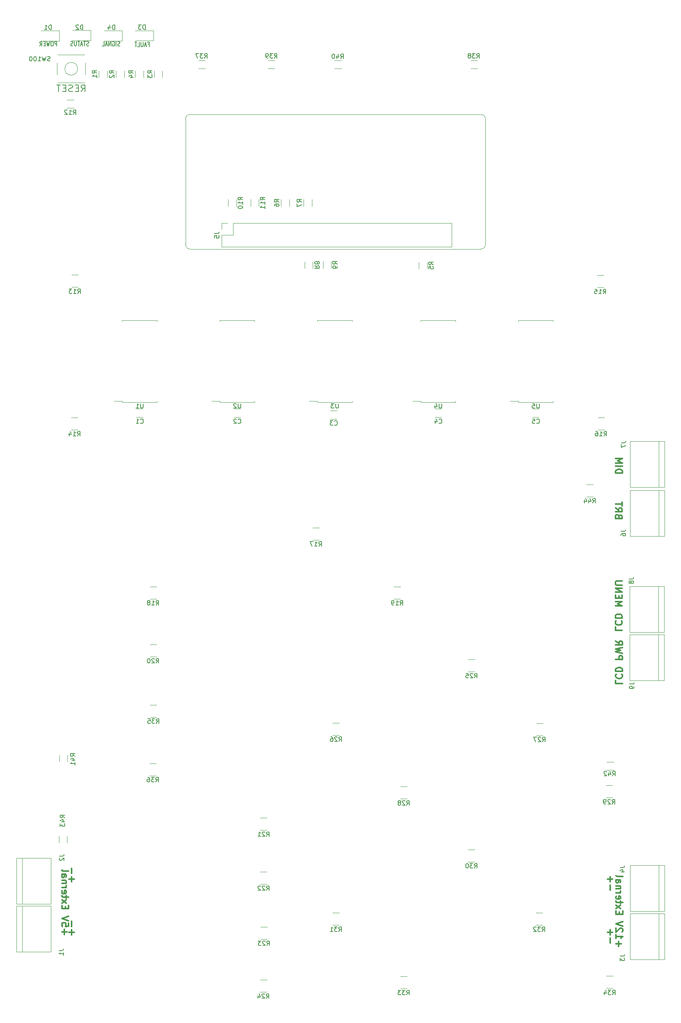
<source format=gbr>
%TF.GenerationSoftware,KiCad,Pcbnew,(5.1.9)-1*%
%TF.CreationDate,2021-06-15T23:19:55+02:00*%
%TF.ProjectId,opena3xx-mcdu,6f70656e-6133-4787-982d-6d6364752e6b,0.1*%
%TF.SameCoordinates,Original*%
%TF.FileFunction,Legend,Bot*%
%TF.FilePolarity,Positive*%
%FSLAX46Y46*%
G04 Gerber Fmt 4.6, Leading zero omitted, Abs format (unit mm)*
G04 Created by KiCad (PCBNEW (5.1.9)-1) date 2021-06-15 23:19:55*
%MOMM*%
%LPD*%
G01*
G04 APERTURE LIST*
%ADD10C,0.300000*%
%ADD11C,0.200000*%
%ADD12C,0.120000*%
%ADD13C,0.150000*%
%ADD14C,0.140000*%
G04 APERTURE END LIST*
D10*
X303384828Y-170080285D02*
X303384828Y-170794571D01*
X304884828Y-170794571D01*
X303527685Y-168723142D02*
X303456257Y-168794571D01*
X303384828Y-169008857D01*
X303384828Y-169151714D01*
X303456257Y-169366000D01*
X303599114Y-169508857D01*
X303741971Y-169580285D01*
X304027685Y-169651714D01*
X304241971Y-169651714D01*
X304527685Y-169580285D01*
X304670542Y-169508857D01*
X304813400Y-169366000D01*
X304884828Y-169151714D01*
X304884828Y-169008857D01*
X304813400Y-168794571D01*
X304741971Y-168723142D01*
X303384828Y-168080285D02*
X304884828Y-168080285D01*
X304884828Y-167723142D01*
X304813400Y-167508857D01*
X304670542Y-167366000D01*
X304527685Y-167294571D01*
X304241971Y-167223142D01*
X304027685Y-167223142D01*
X303741971Y-167294571D01*
X303599114Y-167366000D01*
X303456257Y-167508857D01*
X303384828Y-167723142D01*
X303384828Y-168080285D01*
X303384828Y-165437428D02*
X304884828Y-165437428D01*
X304884828Y-164866000D01*
X304813400Y-164723142D01*
X304741971Y-164651714D01*
X304599114Y-164580285D01*
X304384828Y-164580285D01*
X304241971Y-164651714D01*
X304170542Y-164723142D01*
X304099114Y-164866000D01*
X304099114Y-165437428D01*
X304884828Y-164080285D02*
X303384828Y-163723142D01*
X304456257Y-163437428D01*
X303384828Y-163151714D01*
X304884828Y-162794571D01*
X303384828Y-161366000D02*
X304099114Y-161866000D01*
X303384828Y-162223142D02*
X304884828Y-162223142D01*
X304884828Y-161651714D01*
X304813400Y-161508857D01*
X304741971Y-161437428D01*
X304599114Y-161366000D01*
X304384828Y-161366000D01*
X304241971Y-161437428D01*
X304170542Y-161508857D01*
X304099114Y-161651714D01*
X304099114Y-162223142D01*
D11*
X185185571Y-39845371D02*
X185685571Y-39131085D01*
X186042714Y-39845371D02*
X186042714Y-38345371D01*
X185471285Y-38345371D01*
X185328428Y-38416800D01*
X185257000Y-38488228D01*
X185185571Y-38631085D01*
X185185571Y-38845371D01*
X185257000Y-38988228D01*
X185328428Y-39059657D01*
X185471285Y-39131085D01*
X186042714Y-39131085D01*
X184542714Y-39059657D02*
X184042714Y-39059657D01*
X183828428Y-39845371D02*
X184542714Y-39845371D01*
X184542714Y-38345371D01*
X183828428Y-38345371D01*
X183257000Y-39773942D02*
X183042714Y-39845371D01*
X182685571Y-39845371D01*
X182542714Y-39773942D01*
X182471285Y-39702514D01*
X182399857Y-39559657D01*
X182399857Y-39416800D01*
X182471285Y-39273942D01*
X182542714Y-39202514D01*
X182685571Y-39131085D01*
X182971285Y-39059657D01*
X183114142Y-38988228D01*
X183185571Y-38916800D01*
X183257000Y-38773942D01*
X183257000Y-38631085D01*
X183185571Y-38488228D01*
X183114142Y-38416800D01*
X182971285Y-38345371D01*
X182614142Y-38345371D01*
X182399857Y-38416800D01*
X181757000Y-39059657D02*
X181257000Y-39059657D01*
X181042714Y-39845371D02*
X181757000Y-39845371D01*
X181757000Y-38345371D01*
X181042714Y-38345371D01*
X180614142Y-38345371D02*
X179757000Y-38345371D01*
X180185571Y-39845371D02*
X180185571Y-38345371D01*
D10*
X183026857Y-226381342D02*
X183026857Y-225238485D01*
X182455428Y-225809914D02*
X183598285Y-225809914D01*
X183026857Y-224524200D02*
X183026857Y-223381342D01*
X183026857Y-214667057D02*
X183026857Y-213524200D01*
X182455428Y-214095628D02*
X183598285Y-214095628D01*
X183026857Y-212809914D02*
X183026857Y-211667057D01*
X181452057Y-226324228D02*
X181452057Y-225181371D01*
X180880628Y-225752800D02*
X182023485Y-225752800D01*
X182380628Y-223752800D02*
X182380628Y-224467085D01*
X181666342Y-224538514D01*
X181737771Y-224467085D01*
X181809200Y-224324228D01*
X181809200Y-223967085D01*
X181737771Y-223824228D01*
X181666342Y-223752800D01*
X181523485Y-223681371D01*
X181166342Y-223681371D01*
X181023485Y-223752800D01*
X180952057Y-223824228D01*
X180880628Y-223967085D01*
X180880628Y-224324228D01*
X180952057Y-224467085D01*
X181023485Y-224538514D01*
X182380628Y-223252800D02*
X180880628Y-222752800D01*
X182380628Y-222252800D01*
X181666342Y-220609942D02*
X181666342Y-220109942D01*
X180880628Y-219895657D02*
X180880628Y-220609942D01*
X182380628Y-220609942D01*
X182380628Y-219895657D01*
X180880628Y-219395657D02*
X181880628Y-218609942D01*
X181880628Y-219395657D02*
X180880628Y-218609942D01*
X181880628Y-218252800D02*
X181880628Y-217681371D01*
X182380628Y-218038514D02*
X181094914Y-218038514D01*
X180952057Y-217967085D01*
X180880628Y-217824228D01*
X180880628Y-217681371D01*
X180952057Y-216609942D02*
X180880628Y-216752800D01*
X180880628Y-217038514D01*
X180952057Y-217181371D01*
X181094914Y-217252800D01*
X181666342Y-217252800D01*
X181809200Y-217181371D01*
X181880628Y-217038514D01*
X181880628Y-216752800D01*
X181809200Y-216609942D01*
X181666342Y-216538514D01*
X181523485Y-216538514D01*
X181380628Y-217252800D01*
X180880628Y-215895657D02*
X181880628Y-215895657D01*
X181594914Y-215895657D02*
X181737771Y-215824228D01*
X181809200Y-215752800D01*
X181880628Y-215609942D01*
X181880628Y-215467085D01*
X181880628Y-214967085D02*
X180880628Y-214967085D01*
X181737771Y-214967085D02*
X181809200Y-214895657D01*
X181880628Y-214752800D01*
X181880628Y-214538514D01*
X181809200Y-214395657D01*
X181666342Y-214324228D01*
X180880628Y-214324228D01*
X180880628Y-212967085D02*
X181666342Y-212967085D01*
X181809200Y-213038514D01*
X181880628Y-213181371D01*
X181880628Y-213467085D01*
X181809200Y-213609942D01*
X180952057Y-212967085D02*
X180880628Y-213109942D01*
X180880628Y-213467085D01*
X180952057Y-213609942D01*
X181094914Y-213681371D01*
X181237771Y-213681371D01*
X181380628Y-213609942D01*
X181452057Y-213467085D01*
X181452057Y-213109942D01*
X181523485Y-212967085D01*
X180880628Y-212038514D02*
X180952057Y-212181371D01*
X181094914Y-212252800D01*
X182380628Y-212252800D01*
X302138542Y-213521257D02*
X302138542Y-214664114D01*
X302709971Y-214092685D02*
X301567114Y-214092685D01*
X302138542Y-215378400D02*
X302138542Y-216521257D01*
X302138542Y-225235542D02*
X302138542Y-226378400D01*
X302709971Y-225806971D02*
X301567114Y-225806971D01*
X302138542Y-227092685D02*
X302138542Y-228235542D01*
X304007057Y-228968914D02*
X304007057Y-227826057D01*
X303435628Y-228397485D02*
X304578485Y-228397485D01*
X303435628Y-226326057D02*
X303435628Y-227183200D01*
X303435628Y-226754628D02*
X304935628Y-226754628D01*
X304721342Y-226897485D01*
X304578485Y-227040342D01*
X304507057Y-227183200D01*
X304792771Y-225754628D02*
X304864200Y-225683200D01*
X304935628Y-225540342D01*
X304935628Y-225183200D01*
X304864200Y-225040342D01*
X304792771Y-224968914D01*
X304649914Y-224897485D01*
X304507057Y-224897485D01*
X304292771Y-224968914D01*
X303435628Y-225826057D01*
X303435628Y-224897485D01*
X304935628Y-224468914D02*
X303435628Y-223968914D01*
X304935628Y-223468914D01*
X304221342Y-221826057D02*
X304221342Y-221326057D01*
X303435628Y-221111771D02*
X303435628Y-221826057D01*
X304935628Y-221826057D01*
X304935628Y-221111771D01*
X303435628Y-220611771D02*
X304435628Y-219826057D01*
X304435628Y-220611771D02*
X303435628Y-219826057D01*
X304435628Y-219468914D02*
X304435628Y-218897485D01*
X304935628Y-219254628D02*
X303649914Y-219254628D01*
X303507057Y-219183200D01*
X303435628Y-219040342D01*
X303435628Y-218897485D01*
X303507057Y-217826057D02*
X303435628Y-217968914D01*
X303435628Y-218254628D01*
X303507057Y-218397485D01*
X303649914Y-218468914D01*
X304221342Y-218468914D01*
X304364200Y-218397485D01*
X304435628Y-218254628D01*
X304435628Y-217968914D01*
X304364200Y-217826057D01*
X304221342Y-217754628D01*
X304078485Y-217754628D01*
X303935628Y-218468914D01*
X303435628Y-217111771D02*
X304435628Y-217111771D01*
X304149914Y-217111771D02*
X304292771Y-217040342D01*
X304364200Y-216968914D01*
X304435628Y-216826057D01*
X304435628Y-216683200D01*
X304435628Y-216183200D02*
X303435628Y-216183200D01*
X304292771Y-216183200D02*
X304364200Y-216111771D01*
X304435628Y-215968914D01*
X304435628Y-215754628D01*
X304364200Y-215611771D01*
X304221342Y-215540342D01*
X303435628Y-215540342D01*
X303435628Y-214183200D02*
X304221342Y-214183200D01*
X304364200Y-214254628D01*
X304435628Y-214397485D01*
X304435628Y-214683200D01*
X304364200Y-214826057D01*
X303507057Y-214183200D02*
X303435628Y-214326057D01*
X303435628Y-214683200D01*
X303507057Y-214826057D01*
X303649914Y-214897485D01*
X303792771Y-214897485D01*
X303935628Y-214826057D01*
X304007057Y-214683200D01*
X304007057Y-214326057D01*
X304078485Y-214183200D01*
X303435628Y-213254628D02*
X303507057Y-213397485D01*
X303649914Y-213468914D01*
X304935628Y-213468914D01*
X303308628Y-158282685D02*
X303308628Y-158996971D01*
X304808628Y-158996971D01*
X303451485Y-156925542D02*
X303380057Y-156996971D01*
X303308628Y-157211257D01*
X303308628Y-157354114D01*
X303380057Y-157568400D01*
X303522914Y-157711257D01*
X303665771Y-157782685D01*
X303951485Y-157854114D01*
X304165771Y-157854114D01*
X304451485Y-157782685D01*
X304594342Y-157711257D01*
X304737200Y-157568400D01*
X304808628Y-157354114D01*
X304808628Y-157211257D01*
X304737200Y-156996971D01*
X304665771Y-156925542D01*
X303308628Y-156282685D02*
X304808628Y-156282685D01*
X304808628Y-155925542D01*
X304737200Y-155711257D01*
X304594342Y-155568400D01*
X304451485Y-155496971D01*
X304165771Y-155425542D01*
X303951485Y-155425542D01*
X303665771Y-155496971D01*
X303522914Y-155568400D01*
X303380057Y-155711257D01*
X303308628Y-155925542D01*
X303308628Y-156282685D01*
X303308628Y-153639828D02*
X304808628Y-153639828D01*
X303737200Y-153139828D01*
X304808628Y-152639828D01*
X303308628Y-152639828D01*
X304094342Y-151925542D02*
X304094342Y-151425542D01*
X303308628Y-151211257D02*
X303308628Y-151925542D01*
X304808628Y-151925542D01*
X304808628Y-151211257D01*
X303308628Y-150568400D02*
X304808628Y-150568400D01*
X303308628Y-149711257D01*
X304808628Y-149711257D01*
X304808628Y-148996971D02*
X303594342Y-148996971D01*
X303451485Y-148925542D01*
X303380057Y-148854114D01*
X303308628Y-148711257D01*
X303308628Y-148425542D01*
X303380057Y-148282685D01*
X303451485Y-148211257D01*
X303594342Y-148139828D01*
X304808628Y-148139828D01*
X304094342Y-133802285D02*
X304022914Y-133588000D01*
X303951485Y-133516571D01*
X303808628Y-133445142D01*
X303594342Y-133445142D01*
X303451485Y-133516571D01*
X303380057Y-133588000D01*
X303308628Y-133730857D01*
X303308628Y-134302285D01*
X304808628Y-134302285D01*
X304808628Y-133802285D01*
X304737200Y-133659428D01*
X304665771Y-133588000D01*
X304522914Y-133516571D01*
X304380057Y-133516571D01*
X304237200Y-133588000D01*
X304165771Y-133659428D01*
X304094342Y-133802285D01*
X304094342Y-134302285D01*
X303308628Y-131945142D02*
X304022914Y-132445142D01*
X303308628Y-132802285D02*
X304808628Y-132802285D01*
X304808628Y-132230857D01*
X304737200Y-132088000D01*
X304665771Y-132016571D01*
X304522914Y-131945142D01*
X304308628Y-131945142D01*
X304165771Y-132016571D01*
X304094342Y-132088000D01*
X304022914Y-132230857D01*
X304022914Y-132802285D01*
X304808628Y-131516571D02*
X304808628Y-130659428D01*
X303308628Y-131088000D02*
X304808628Y-131088000D01*
X303384828Y-124238342D02*
X304884828Y-124238342D01*
X304884828Y-123881200D01*
X304813400Y-123666914D01*
X304670542Y-123524057D01*
X304527685Y-123452628D01*
X304241971Y-123381200D01*
X304027685Y-123381200D01*
X303741971Y-123452628D01*
X303599114Y-123524057D01*
X303456257Y-123666914D01*
X303384828Y-123881200D01*
X303384828Y-124238342D01*
X303384828Y-122738342D02*
X304884828Y-122738342D01*
X303384828Y-122024057D02*
X304884828Y-122024057D01*
X303813400Y-121524057D01*
X304884828Y-121024057D01*
X303384828Y-121024057D01*
D12*
X208229200Y-45910500D02*
G75*
G02*
X209245200Y-44894500I1016000J0D01*
G01*
X273570700Y-44894500D02*
G75*
G02*
X274586700Y-45910500I0J-1016000D01*
G01*
X209245200Y-74676000D02*
G75*
G02*
X208229200Y-73660000I0J1016000D01*
G01*
X274586700Y-73660000D02*
G75*
G02*
X273570700Y-74676000I-1016000J0D01*
G01*
X274586700Y-45910500D02*
X274586700Y-73660000D01*
X209245200Y-44894500D02*
X273570700Y-44894500D01*
X208229200Y-73660000D02*
X208229200Y-45910500D01*
X273570700Y-74676000D02*
X209245200Y-74676000D01*
%TO.C,J9*%
X312801000Y-170129200D02*
X312801000Y-159969200D01*
X314071000Y-170129200D02*
X306451000Y-170129200D01*
X306451000Y-170129200D02*
X306451000Y-159969200D01*
X306451000Y-159969200D02*
X314071000Y-159969200D01*
X314071000Y-159969200D02*
X314071000Y-170129200D01*
%TO.C,J8*%
X314071000Y-149275800D02*
X314071000Y-159435800D01*
X306451000Y-149275800D02*
X314071000Y-149275800D01*
X306451000Y-159435800D02*
X306451000Y-149275800D01*
X314071000Y-159435800D02*
X306451000Y-159435800D01*
X312801000Y-159435800D02*
X312801000Y-149275800D01*
%TO.C,R44*%
X296938863Y-126737200D02*
X298386337Y-126737200D01*
X296938863Y-129447200D02*
X298386337Y-129447200D01*
%TO.C,J7*%
X314159900Y-117221000D02*
X314159900Y-127381000D01*
X306539900Y-117221000D02*
X314159900Y-117221000D01*
X306539900Y-127381000D02*
X306539900Y-117221000D01*
X314159900Y-127381000D02*
X306539900Y-127381000D01*
X312889900Y-127381000D02*
X312889900Y-117221000D01*
%TO.C,J6*%
X314159900Y-128016000D02*
X314159900Y-138176000D01*
X306539900Y-128016000D02*
X314159900Y-128016000D01*
X306539900Y-138176000D02*
X306539900Y-128016000D01*
X314159900Y-138176000D02*
X306539900Y-138176000D01*
X312889900Y-138176000D02*
X312889900Y-128016000D01*
%TO.C,U5*%
X281864600Y-108332000D02*
X280049600Y-108332000D01*
X281864600Y-108577000D02*
X281864600Y-108332000D01*
X285724600Y-108577000D02*
X281864600Y-108577000D01*
X289584600Y-108577000D02*
X289584600Y-108332000D01*
X285724600Y-108577000D02*
X289584600Y-108577000D01*
X281864600Y-90457000D02*
X281864600Y-90702000D01*
X285724600Y-90457000D02*
X281864600Y-90457000D01*
X289584600Y-90457000D02*
X289584600Y-90702000D01*
X285724600Y-90457000D02*
X289584600Y-90457000D01*
%TO.C,U4*%
X260274600Y-108332000D02*
X258459600Y-108332000D01*
X260274600Y-108577000D02*
X260274600Y-108332000D01*
X264134600Y-108577000D02*
X260274600Y-108577000D01*
X267994600Y-108577000D02*
X267994600Y-108332000D01*
X264134600Y-108577000D02*
X267994600Y-108577000D01*
X260274600Y-90457000D02*
X260274600Y-90702000D01*
X264134600Y-90457000D02*
X260274600Y-90457000D01*
X267994600Y-90457000D02*
X267994600Y-90702000D01*
X264134600Y-90457000D02*
X267994600Y-90457000D01*
%TO.C,U3*%
X237414600Y-108332000D02*
X235599600Y-108332000D01*
X237414600Y-108577000D02*
X237414600Y-108332000D01*
X241274600Y-108577000D02*
X237414600Y-108577000D01*
X245134600Y-108577000D02*
X245134600Y-108332000D01*
X241274600Y-108577000D02*
X245134600Y-108577000D01*
X237414600Y-90457000D02*
X237414600Y-90702000D01*
X241274600Y-90457000D02*
X237414600Y-90457000D01*
X245134600Y-90457000D02*
X245134600Y-90702000D01*
X241274600Y-90457000D02*
X245134600Y-90457000D01*
%TO.C,U2*%
X215824600Y-108332000D02*
X214009600Y-108332000D01*
X215824600Y-108577000D02*
X215824600Y-108332000D01*
X219684600Y-108577000D02*
X215824600Y-108577000D01*
X223544600Y-108577000D02*
X223544600Y-108332000D01*
X219684600Y-108577000D02*
X223544600Y-108577000D01*
X215824600Y-90457000D02*
X215824600Y-90702000D01*
X219684600Y-90457000D02*
X215824600Y-90457000D01*
X223544600Y-90457000D02*
X223544600Y-90702000D01*
X219684600Y-90457000D02*
X223544600Y-90457000D01*
%TO.C,U1*%
X194234600Y-108332000D02*
X192419600Y-108332000D01*
X194234600Y-108577000D02*
X194234600Y-108332000D01*
X198094600Y-108577000D02*
X194234600Y-108577000D01*
X201954600Y-108577000D02*
X201954600Y-108332000D01*
X198094600Y-108577000D02*
X201954600Y-108577000D01*
X194234600Y-90457000D02*
X194234600Y-90702000D01*
X198094600Y-90457000D02*
X194234600Y-90457000D01*
X201954600Y-90457000D02*
X201954600Y-90702000D01*
X198094600Y-90457000D02*
X201954600Y-90457000D01*
%TO.C,SW100*%
X186075000Y-36123200D02*
X186075000Y-33443200D01*
X179835000Y-33443200D02*
X179835000Y-36123200D01*
X179985000Y-37903200D02*
X185925000Y-37903200D01*
X179985000Y-31663200D02*
X185925000Y-31663200D01*
X184369214Y-34783200D02*
G75*
G03*
X184369214Y-34783200I-1414214J0D01*
G01*
%TO.C,R43*%
X182049600Y-204580936D02*
X182049600Y-206035064D01*
X180229600Y-204580936D02*
X180229600Y-206035064D01*
%TO.C,R42*%
X302898664Y-189962000D02*
X301444536Y-189962000D01*
X302898664Y-188142000D02*
X301444536Y-188142000D01*
%TO.C,R41*%
X182113600Y-186610936D02*
X182113600Y-188065064D01*
X180293600Y-186610936D02*
X180293600Y-188065064D01*
%TO.C,R40*%
X241246536Y-32948200D02*
X242700664Y-32948200D01*
X241246536Y-34768200D02*
X242700664Y-34768200D01*
%TO.C,R39*%
X226450536Y-32948200D02*
X227904664Y-32948200D01*
X226450536Y-34768200D02*
X227904664Y-34768200D01*
%TO.C,R38*%
X271344536Y-32948200D02*
X272798664Y-32948200D01*
X271344536Y-34768200D02*
X272798664Y-34768200D01*
%TO.C,R37*%
X211146536Y-32948200D02*
X212600664Y-32948200D01*
X211146536Y-34768200D02*
X212600664Y-34768200D01*
%TO.C,R36*%
X200291863Y-188459000D02*
X201739337Y-188459000D01*
X200291863Y-191169000D02*
X201739337Y-191169000D01*
%TO.C,R35*%
X200418863Y-175505000D02*
X201866337Y-175505000D01*
X200418863Y-178215000D02*
X201866337Y-178215000D01*
%TO.C,R34*%
X301319863Y-235513000D02*
X302767337Y-235513000D01*
X301319863Y-238223000D02*
X302767337Y-238223000D01*
%TO.C,R33*%
X255790863Y-235576000D02*
X257238337Y-235576000D01*
X255790863Y-238286000D02*
X257238337Y-238286000D01*
%TO.C,R32*%
X285762863Y-221543000D02*
X287210337Y-221543000D01*
X285762863Y-224253000D02*
X287210337Y-224253000D01*
%TO.C,R31*%
X240804863Y-221543000D02*
X242252337Y-221543000D01*
X240804863Y-224253000D02*
X242252337Y-224253000D01*
%TO.C,R30*%
X270776863Y-207509000D02*
X272224337Y-207509000D01*
X270776863Y-210219000D02*
X272224337Y-210219000D01*
%TO.C,R29*%
X301219863Y-193349000D02*
X302667337Y-193349000D01*
X301219863Y-196059000D02*
X302667337Y-196059000D01*
%TO.C,R28*%
X255790863Y-193603000D02*
X257238337Y-193603000D01*
X255790863Y-196313000D02*
X257238337Y-196313000D01*
%TO.C,R27*%
X285825863Y-179569000D02*
X287273337Y-179569000D01*
X285825863Y-182279000D02*
X287273337Y-182279000D01*
%TO.C,R26*%
X240804863Y-179506000D02*
X242252337Y-179506000D01*
X240804863Y-182216000D02*
X242252337Y-182216000D01*
%TO.C,R25*%
X270776863Y-165472000D02*
X272224337Y-165472000D01*
X270776863Y-168182000D02*
X272224337Y-168182000D01*
%TO.C,R24*%
X224739863Y-236338000D02*
X226187337Y-236338000D01*
X224739863Y-239048000D02*
X226187337Y-239048000D01*
%TO.C,R23*%
X224865863Y-224654000D02*
X226313337Y-224654000D01*
X224865863Y-227364000D02*
X226313337Y-227364000D01*
%TO.C,R22*%
X224802863Y-212462000D02*
X226250337Y-212462000D01*
X224802863Y-215172000D02*
X226250337Y-215172000D01*
%TO.C,R21*%
X224802863Y-200524000D02*
X226250337Y-200524000D01*
X224802863Y-203234000D02*
X226250337Y-203234000D01*
%TO.C,R20*%
X200355863Y-162170000D02*
X201803337Y-162170000D01*
X200355863Y-164880000D02*
X201803337Y-164880000D01*
%TO.C,R19*%
X254329863Y-149343000D02*
X255777337Y-149343000D01*
X254329863Y-152053000D02*
X255777337Y-152053000D01*
%TO.C,R18*%
X200355863Y-149343000D02*
X201803337Y-149343000D01*
X200355863Y-152053000D02*
X201803337Y-152053000D01*
%TO.C,R17*%
X236359863Y-136326000D02*
X237807337Y-136326000D01*
X236359863Y-139036000D02*
X237807337Y-139036000D01*
%TO.C,R16*%
X299415863Y-111942000D02*
X300863337Y-111942000D01*
X299415863Y-114652000D02*
X300863337Y-114652000D01*
%TO.C,R15*%
X299250263Y-80458400D02*
X300697737Y-80458400D01*
X299250263Y-83168400D02*
X300697737Y-83168400D01*
%TO.C,R14*%
X182958903Y-111939160D02*
X184406377Y-111939160D01*
X182958903Y-114649160D02*
X184406377Y-114649160D01*
%TO.C,R13*%
X183035103Y-80387280D02*
X184482577Y-80387280D01*
X183035103Y-83097280D02*
X184482577Y-83097280D01*
%TO.C,R12*%
X183518664Y-43467700D02*
X182064536Y-43467700D01*
X183518664Y-41647700D02*
X182064536Y-41647700D01*
%TO.C,R11*%
X222623200Y-65179564D02*
X222623200Y-63725436D01*
X224443200Y-65179564D02*
X224443200Y-63725436D01*
%TO.C,R10*%
X217669200Y-65179564D02*
X217669200Y-63725436D01*
X219489200Y-65179564D02*
X219489200Y-63725436D01*
%TO.C,R9*%
X238625200Y-78895564D02*
X238625200Y-77441436D01*
X240445200Y-78895564D02*
X240445200Y-77441436D01*
%TO.C,R8*%
X234561200Y-78921564D02*
X234561200Y-77467436D01*
X236381200Y-78921564D02*
X236381200Y-77467436D01*
%TO.C,R7*%
X236190200Y-63725436D02*
X236190200Y-65179564D01*
X234370200Y-63725436D02*
X234370200Y-65179564D01*
%TO.C,R6*%
X231173200Y-63725436D02*
X231173200Y-65179564D01*
X229353200Y-63725436D02*
X229353200Y-65179564D01*
%TO.C,R5*%
X259833200Y-79022564D02*
X259833200Y-77568436D01*
X261653200Y-79022564D02*
X261653200Y-77568436D01*
%TO.C,R4*%
X198941600Y-35226636D02*
X198941600Y-36680764D01*
X197121600Y-35226636D02*
X197121600Y-36680764D01*
%TO.C,R3*%
X203131600Y-35226636D02*
X203131600Y-36680764D01*
X201311600Y-35226636D02*
X201311600Y-36680764D01*
%TO.C,R2*%
X194686600Y-35226636D02*
X194686600Y-36680764D01*
X192866600Y-35226636D02*
X192866600Y-36680764D01*
%TO.C,R1*%
X190876600Y-35226636D02*
X190876600Y-36680764D01*
X189056600Y-35226636D02*
X189056600Y-36680764D01*
%TO.C,J4*%
X314172600Y-211023000D02*
X314172600Y-221183000D01*
X306552600Y-211023000D02*
X314172600Y-211023000D01*
X306552600Y-221183000D02*
X306552600Y-211023000D01*
X314172600Y-221183000D02*
X306552600Y-221183000D01*
X312902600Y-221183000D02*
X312902600Y-211023000D01*
%TO.C,J3*%
X314172600Y-221640400D02*
X314172600Y-231800400D01*
X306552600Y-221640400D02*
X314172600Y-221640400D01*
X306552600Y-231800400D02*
X306552600Y-221640400D01*
X314172600Y-231800400D02*
X306552600Y-231800400D01*
X312902600Y-231800400D02*
X312902600Y-221640400D01*
%TO.C,J5*%
X216195200Y-68977200D02*
X216195200Y-70307200D01*
X217525200Y-68977200D02*
X216195200Y-68977200D01*
X216195200Y-71577200D02*
X216195200Y-74177200D01*
X218795200Y-71577200D02*
X216195200Y-71577200D01*
X218795200Y-68977200D02*
X218795200Y-71577200D01*
X216195200Y-74177200D02*
X267115200Y-74177200D01*
X218795200Y-68977200D02*
X267115200Y-68977200D01*
X267115200Y-68977200D02*
X267115200Y-74177200D01*
%TO.C,J2*%
X170852600Y-219545200D02*
X170852600Y-209385200D01*
X178472600Y-219545200D02*
X170852600Y-219545200D01*
X178472600Y-209385200D02*
X178472600Y-219545200D01*
X170852600Y-209385200D02*
X178472600Y-209385200D01*
X172122600Y-209385200D02*
X172122600Y-219545200D01*
%TO.C,J1*%
X170852600Y-230149400D02*
X170852600Y-219989400D01*
X178472600Y-230149400D02*
X170852600Y-230149400D01*
X178472600Y-219989400D02*
X178472600Y-230149400D01*
X170852600Y-219989400D02*
X178472600Y-219989400D01*
X172122600Y-219989400D02*
X172122600Y-230149400D01*
%TO.C,D4*%
X194255400Y-28617800D02*
X190195400Y-28617800D01*
X194255400Y-26347800D02*
X194255400Y-28617800D01*
X190195400Y-26347800D02*
X194255400Y-26347800D01*
%TO.C,D3*%
X201125600Y-28579700D02*
X197065600Y-28579700D01*
X201125600Y-26309700D02*
X201125600Y-28579700D01*
X197065600Y-26309700D02*
X201125600Y-26309700D01*
%TO.C,D2*%
X187295800Y-28567000D02*
X183235800Y-28567000D01*
X187295800Y-26297000D02*
X187295800Y-28567000D01*
X183235800Y-26297000D02*
X187295800Y-26297000D01*
%TO.C,D1*%
X180361600Y-28617800D02*
X176301600Y-28617800D01*
X180361600Y-26347800D02*
X180361600Y-28617800D01*
X176301600Y-26347800D02*
X180361600Y-26347800D01*
%TO.C,C5*%
X285013348Y-110037000D02*
X286435852Y-110037000D01*
X285013348Y-111857000D02*
X286435852Y-111857000D01*
%TO.C,C4*%
X263423348Y-110037000D02*
X264845852Y-110037000D01*
X263423348Y-111857000D02*
X264845852Y-111857000D01*
%TO.C,C3*%
X240309348Y-110444000D02*
X241731852Y-110444000D01*
X240309348Y-112264000D02*
X241731852Y-112264000D01*
%TO.C,C2*%
X218973348Y-110037000D02*
X220395852Y-110037000D01*
X218973348Y-111857000D02*
X220395852Y-111857000D01*
%TO.C,C1*%
X197383348Y-110037000D02*
X198805852Y-110037000D01*
X197383348Y-111857000D02*
X198805852Y-111857000D01*
%TO.C,J9*%
D13*
X306436780Y-170913466D02*
X307151066Y-170913466D01*
X307293923Y-170865847D01*
X307389161Y-170770609D01*
X307436780Y-170627752D01*
X307436780Y-170532514D01*
X307436780Y-171437276D02*
X307436780Y-171627752D01*
X307389161Y-171722990D01*
X307341542Y-171770609D01*
X307198685Y-171865847D01*
X307008209Y-171913466D01*
X306627257Y-171913466D01*
X306532019Y-171865847D01*
X306484400Y-171818228D01*
X306436780Y-171722990D01*
X306436780Y-171532514D01*
X306484400Y-171437276D01*
X306532019Y-171389657D01*
X306627257Y-171342038D01*
X306865352Y-171342038D01*
X306960590Y-171389657D01*
X307008209Y-171437276D01*
X307055828Y-171532514D01*
X307055828Y-171722990D01*
X307008209Y-171818228D01*
X306960590Y-171865847D01*
X306865352Y-171913466D01*
%TO.C,J8*%
X306335180Y-147647066D02*
X307049466Y-147647066D01*
X307192323Y-147599447D01*
X307287561Y-147504209D01*
X307335180Y-147361352D01*
X307335180Y-147266114D01*
X306763752Y-148266114D02*
X306716133Y-148170876D01*
X306668514Y-148123257D01*
X306573276Y-148075638D01*
X306525657Y-148075638D01*
X306430419Y-148123257D01*
X306382800Y-148170876D01*
X306335180Y-148266114D01*
X306335180Y-148456590D01*
X306382800Y-148551828D01*
X306430419Y-148599447D01*
X306525657Y-148647066D01*
X306573276Y-148647066D01*
X306668514Y-148599447D01*
X306716133Y-148551828D01*
X306763752Y-148456590D01*
X306763752Y-148266114D01*
X306811371Y-148170876D01*
X306858990Y-148123257D01*
X306954228Y-148075638D01*
X307144704Y-148075638D01*
X307239942Y-148123257D01*
X307287561Y-148170876D01*
X307335180Y-148266114D01*
X307335180Y-148456590D01*
X307287561Y-148551828D01*
X307239942Y-148599447D01*
X307144704Y-148647066D01*
X306954228Y-148647066D01*
X306858990Y-148599447D01*
X306811371Y-148551828D01*
X306763752Y-148456590D01*
%TO.C,R44*%
X298305457Y-130824580D02*
X298638790Y-130348390D01*
X298876885Y-130824580D02*
X298876885Y-129824580D01*
X298495933Y-129824580D01*
X298400695Y-129872200D01*
X298353076Y-129919819D01*
X298305457Y-130015057D01*
X298305457Y-130157914D01*
X298353076Y-130253152D01*
X298400695Y-130300771D01*
X298495933Y-130348390D01*
X298876885Y-130348390D01*
X297448314Y-130157914D02*
X297448314Y-130824580D01*
X297686409Y-129776961D02*
X297924504Y-130491247D01*
X297305457Y-130491247D01*
X296495933Y-130157914D02*
X296495933Y-130824580D01*
X296734028Y-129776961D02*
X296972123Y-130491247D01*
X296353076Y-130491247D01*
%TO.C,J7*%
X304607980Y-117522666D02*
X305322266Y-117522666D01*
X305465123Y-117475047D01*
X305560361Y-117379809D01*
X305607980Y-117236952D01*
X305607980Y-117141714D01*
X304607980Y-117903619D02*
X304607980Y-118570285D01*
X305607980Y-118141714D01*
%TO.C,J6*%
X304557180Y-137131466D02*
X305271466Y-137131466D01*
X305414323Y-137083847D01*
X305509561Y-136988609D01*
X305557180Y-136845752D01*
X305557180Y-136750514D01*
X304557180Y-138036228D02*
X304557180Y-137845752D01*
X304604800Y-137750514D01*
X304652419Y-137702895D01*
X304795276Y-137607657D01*
X304985752Y-137560038D01*
X305366704Y-137560038D01*
X305461942Y-137607657D01*
X305509561Y-137655276D01*
X305557180Y-137750514D01*
X305557180Y-137940990D01*
X305509561Y-138036228D01*
X305461942Y-138083847D01*
X305366704Y-138131466D01*
X305128609Y-138131466D01*
X305033371Y-138083847D01*
X304985752Y-138036228D01*
X304938133Y-137940990D01*
X304938133Y-137750514D01*
X304985752Y-137655276D01*
X305033371Y-137607657D01*
X305128609Y-137560038D01*
%TO.C,U5*%
X286486504Y-108869380D02*
X286486504Y-109678904D01*
X286438885Y-109774142D01*
X286391266Y-109821761D01*
X286296028Y-109869380D01*
X286105552Y-109869380D01*
X286010314Y-109821761D01*
X285962695Y-109774142D01*
X285915076Y-109678904D01*
X285915076Y-108869380D01*
X284962695Y-108869380D02*
X285438885Y-108869380D01*
X285486504Y-109345571D01*
X285438885Y-109297952D01*
X285343647Y-109250333D01*
X285105552Y-109250333D01*
X285010314Y-109297952D01*
X284962695Y-109345571D01*
X284915076Y-109440809D01*
X284915076Y-109678904D01*
X284962695Y-109774142D01*
X285010314Y-109821761D01*
X285105552Y-109869380D01*
X285343647Y-109869380D01*
X285438885Y-109821761D01*
X285486504Y-109774142D01*
%TO.C,U4*%
X264896504Y-108869380D02*
X264896504Y-109678904D01*
X264848885Y-109774142D01*
X264801266Y-109821761D01*
X264706028Y-109869380D01*
X264515552Y-109869380D01*
X264420314Y-109821761D01*
X264372695Y-109774142D01*
X264325076Y-109678904D01*
X264325076Y-108869380D01*
X263420314Y-109202714D02*
X263420314Y-109869380D01*
X263658409Y-108821761D02*
X263896504Y-109536047D01*
X263277457Y-109536047D01*
%TO.C,U3*%
X242036504Y-108869380D02*
X242036504Y-109678904D01*
X241988885Y-109774142D01*
X241941266Y-109821761D01*
X241846028Y-109869380D01*
X241655552Y-109869380D01*
X241560314Y-109821761D01*
X241512695Y-109774142D01*
X241465076Y-109678904D01*
X241465076Y-108869380D01*
X241084123Y-108869380D02*
X240465076Y-108869380D01*
X240798409Y-109250333D01*
X240655552Y-109250333D01*
X240560314Y-109297952D01*
X240512695Y-109345571D01*
X240465076Y-109440809D01*
X240465076Y-109678904D01*
X240512695Y-109774142D01*
X240560314Y-109821761D01*
X240655552Y-109869380D01*
X240941266Y-109869380D01*
X241036504Y-109821761D01*
X241084123Y-109774142D01*
%TO.C,U2*%
X220446504Y-108869380D02*
X220446504Y-109678904D01*
X220398885Y-109774142D01*
X220351266Y-109821761D01*
X220256028Y-109869380D01*
X220065552Y-109869380D01*
X219970314Y-109821761D01*
X219922695Y-109774142D01*
X219875076Y-109678904D01*
X219875076Y-108869380D01*
X219446504Y-108964619D02*
X219398885Y-108917000D01*
X219303647Y-108869380D01*
X219065552Y-108869380D01*
X218970314Y-108917000D01*
X218922695Y-108964619D01*
X218875076Y-109059857D01*
X218875076Y-109155095D01*
X218922695Y-109297952D01*
X219494123Y-109869380D01*
X218875076Y-109869380D01*
%TO.C,U1*%
X198856504Y-108869380D02*
X198856504Y-109678904D01*
X198808885Y-109774142D01*
X198761266Y-109821761D01*
X198666028Y-109869380D01*
X198475552Y-109869380D01*
X198380314Y-109821761D01*
X198332695Y-109774142D01*
X198285076Y-109678904D01*
X198285076Y-108869380D01*
X197285076Y-109869380D02*
X197856504Y-109869380D01*
X197570790Y-109869380D02*
X197570790Y-108869380D01*
X197666028Y-109012238D01*
X197761266Y-109107476D01*
X197856504Y-109155095D01*
%TO.C,SW100*%
X178282314Y-33018361D02*
X178139457Y-33065980D01*
X177901361Y-33065980D01*
X177806123Y-33018361D01*
X177758504Y-32970742D01*
X177710885Y-32875504D01*
X177710885Y-32780266D01*
X177758504Y-32685028D01*
X177806123Y-32637409D01*
X177901361Y-32589790D01*
X178091838Y-32542171D01*
X178187076Y-32494552D01*
X178234695Y-32446933D01*
X178282314Y-32351695D01*
X178282314Y-32256457D01*
X178234695Y-32161219D01*
X178187076Y-32113600D01*
X178091838Y-32065980D01*
X177853742Y-32065980D01*
X177710885Y-32113600D01*
X177377552Y-32065980D02*
X177139457Y-33065980D01*
X176948980Y-32351695D01*
X176758504Y-33065980D01*
X176520409Y-32065980D01*
X175615647Y-33065980D02*
X176187076Y-33065980D01*
X175901361Y-33065980D02*
X175901361Y-32065980D01*
X175996600Y-32208838D01*
X176091838Y-32304076D01*
X176187076Y-32351695D01*
X174996600Y-32065980D02*
X174901361Y-32065980D01*
X174806123Y-32113600D01*
X174758504Y-32161219D01*
X174710885Y-32256457D01*
X174663266Y-32446933D01*
X174663266Y-32685028D01*
X174710885Y-32875504D01*
X174758504Y-32970742D01*
X174806123Y-33018361D01*
X174901361Y-33065980D01*
X174996600Y-33065980D01*
X175091838Y-33018361D01*
X175139457Y-32970742D01*
X175187076Y-32875504D01*
X175234695Y-32685028D01*
X175234695Y-32446933D01*
X175187076Y-32256457D01*
X175139457Y-32161219D01*
X175091838Y-32113600D01*
X174996600Y-32065980D01*
X174044219Y-32065980D02*
X173948980Y-32065980D01*
X173853742Y-32113600D01*
X173806123Y-32161219D01*
X173758504Y-32256457D01*
X173710885Y-32446933D01*
X173710885Y-32685028D01*
X173758504Y-32875504D01*
X173806123Y-32970742D01*
X173853742Y-33018361D01*
X173948980Y-33065980D01*
X174044219Y-33065980D01*
X174139457Y-33018361D01*
X174187076Y-32970742D01*
X174234695Y-32875504D01*
X174282314Y-32685028D01*
X174282314Y-32446933D01*
X174234695Y-32256457D01*
X174187076Y-32161219D01*
X174139457Y-32113600D01*
X174044219Y-32065980D01*
%TO.C,R43*%
X181528980Y-200473942D02*
X181052790Y-200140609D01*
X181528980Y-199902514D02*
X180528980Y-199902514D01*
X180528980Y-200283466D01*
X180576600Y-200378704D01*
X180624219Y-200426323D01*
X180719457Y-200473942D01*
X180862314Y-200473942D01*
X180957552Y-200426323D01*
X181005171Y-200378704D01*
X181052790Y-200283466D01*
X181052790Y-199902514D01*
X180862314Y-201331085D02*
X181528980Y-201331085D01*
X180481361Y-201092990D02*
X181195647Y-200854895D01*
X181195647Y-201473942D01*
X180528980Y-201759657D02*
X180528980Y-202378704D01*
X180909933Y-202045371D01*
X180909933Y-202188228D01*
X180957552Y-202283466D01*
X181005171Y-202331085D01*
X181100409Y-202378704D01*
X181338504Y-202378704D01*
X181433742Y-202331085D01*
X181481361Y-202283466D01*
X181528980Y-202188228D01*
X181528980Y-201902514D01*
X181481361Y-201807276D01*
X181433742Y-201759657D01*
%TO.C,R42*%
X302687457Y-191218880D02*
X303020790Y-190742690D01*
X303258885Y-191218880D02*
X303258885Y-190218880D01*
X302877933Y-190218880D01*
X302782695Y-190266500D01*
X302735076Y-190314119D01*
X302687457Y-190409357D01*
X302687457Y-190552214D01*
X302735076Y-190647452D01*
X302782695Y-190695071D01*
X302877933Y-190742690D01*
X303258885Y-190742690D01*
X301830314Y-190552214D02*
X301830314Y-191218880D01*
X302068409Y-190171261D02*
X302306504Y-190885547D01*
X301687457Y-190885547D01*
X301354123Y-190314119D02*
X301306504Y-190266500D01*
X301211266Y-190218880D01*
X300973171Y-190218880D01*
X300877933Y-190266500D01*
X300830314Y-190314119D01*
X300782695Y-190409357D01*
X300782695Y-190504595D01*
X300830314Y-190647452D01*
X301401742Y-191218880D01*
X300782695Y-191218880D01*
%TO.C,R41*%
X183814980Y-186885942D02*
X183338790Y-186552609D01*
X183814980Y-186314514D02*
X182814980Y-186314514D01*
X182814980Y-186695466D01*
X182862600Y-186790704D01*
X182910219Y-186838323D01*
X183005457Y-186885942D01*
X183148314Y-186885942D01*
X183243552Y-186838323D01*
X183291171Y-186790704D01*
X183338790Y-186695466D01*
X183338790Y-186314514D01*
X183148314Y-187743085D02*
X183814980Y-187743085D01*
X182767361Y-187504990D02*
X183481647Y-187266895D01*
X183481647Y-187885942D01*
X183814980Y-188790704D02*
X183814980Y-188219276D01*
X183814980Y-188504990D02*
X182814980Y-188504990D01*
X182957838Y-188409752D01*
X183053076Y-188314514D01*
X183100695Y-188219276D01*
%TO.C,R40*%
X242552957Y-32532580D02*
X242886290Y-32056390D01*
X243124385Y-32532580D02*
X243124385Y-31532580D01*
X242743433Y-31532580D01*
X242648195Y-31580200D01*
X242600576Y-31627819D01*
X242552957Y-31723057D01*
X242552957Y-31865914D01*
X242600576Y-31961152D01*
X242648195Y-32008771D01*
X242743433Y-32056390D01*
X243124385Y-32056390D01*
X241695814Y-31865914D02*
X241695814Y-32532580D01*
X241933909Y-31484961D02*
X242172004Y-32199247D01*
X241552957Y-32199247D01*
X240981528Y-31532580D02*
X240886290Y-31532580D01*
X240791052Y-31580200D01*
X240743433Y-31627819D01*
X240695814Y-31723057D01*
X240648195Y-31913533D01*
X240648195Y-32151628D01*
X240695814Y-32342104D01*
X240743433Y-32437342D01*
X240791052Y-32484961D01*
X240886290Y-32532580D01*
X240981528Y-32532580D01*
X241076766Y-32484961D01*
X241124385Y-32437342D01*
X241172004Y-32342104D01*
X241219623Y-32151628D01*
X241219623Y-31913533D01*
X241172004Y-31723057D01*
X241124385Y-31627819D01*
X241076766Y-31580200D01*
X240981528Y-31532580D01*
%TO.C,R39*%
X227883957Y-32405580D02*
X228217290Y-31929390D01*
X228455385Y-32405580D02*
X228455385Y-31405580D01*
X228074433Y-31405580D01*
X227979195Y-31453200D01*
X227931576Y-31500819D01*
X227883957Y-31596057D01*
X227883957Y-31738914D01*
X227931576Y-31834152D01*
X227979195Y-31881771D01*
X228074433Y-31929390D01*
X228455385Y-31929390D01*
X227550623Y-31405580D02*
X226931576Y-31405580D01*
X227264909Y-31786533D01*
X227122052Y-31786533D01*
X227026814Y-31834152D01*
X226979195Y-31881771D01*
X226931576Y-31977009D01*
X226931576Y-32215104D01*
X226979195Y-32310342D01*
X227026814Y-32357961D01*
X227122052Y-32405580D01*
X227407766Y-32405580D01*
X227503004Y-32357961D01*
X227550623Y-32310342D01*
X226455385Y-32405580D02*
X226264909Y-32405580D01*
X226169671Y-32357961D01*
X226122052Y-32310342D01*
X226026814Y-32167485D01*
X225979195Y-31977009D01*
X225979195Y-31596057D01*
X226026814Y-31500819D01*
X226074433Y-31453200D01*
X226169671Y-31405580D01*
X226360147Y-31405580D01*
X226455385Y-31453200D01*
X226503004Y-31500819D01*
X226550623Y-31596057D01*
X226550623Y-31834152D01*
X226503004Y-31929390D01*
X226455385Y-31977009D01*
X226360147Y-32024628D01*
X226169671Y-32024628D01*
X226074433Y-31977009D01*
X226026814Y-31929390D01*
X225979195Y-31834152D01*
%TO.C,R38*%
X272650957Y-32405580D02*
X272984290Y-31929390D01*
X273222385Y-32405580D02*
X273222385Y-31405580D01*
X272841433Y-31405580D01*
X272746195Y-31453200D01*
X272698576Y-31500819D01*
X272650957Y-31596057D01*
X272650957Y-31738914D01*
X272698576Y-31834152D01*
X272746195Y-31881771D01*
X272841433Y-31929390D01*
X273222385Y-31929390D01*
X272317623Y-31405580D02*
X271698576Y-31405580D01*
X272031909Y-31786533D01*
X271889052Y-31786533D01*
X271793814Y-31834152D01*
X271746195Y-31881771D01*
X271698576Y-31977009D01*
X271698576Y-32215104D01*
X271746195Y-32310342D01*
X271793814Y-32357961D01*
X271889052Y-32405580D01*
X272174766Y-32405580D01*
X272270004Y-32357961D01*
X272317623Y-32310342D01*
X271127147Y-31834152D02*
X271222385Y-31786533D01*
X271270004Y-31738914D01*
X271317623Y-31643676D01*
X271317623Y-31596057D01*
X271270004Y-31500819D01*
X271222385Y-31453200D01*
X271127147Y-31405580D01*
X270936671Y-31405580D01*
X270841433Y-31453200D01*
X270793814Y-31500819D01*
X270746195Y-31596057D01*
X270746195Y-31643676D01*
X270793814Y-31738914D01*
X270841433Y-31786533D01*
X270936671Y-31834152D01*
X271127147Y-31834152D01*
X271222385Y-31881771D01*
X271270004Y-31929390D01*
X271317623Y-32024628D01*
X271317623Y-32215104D01*
X271270004Y-32310342D01*
X271222385Y-32357961D01*
X271127147Y-32405580D01*
X270936671Y-32405580D01*
X270841433Y-32357961D01*
X270793814Y-32310342D01*
X270746195Y-32215104D01*
X270746195Y-32024628D01*
X270793814Y-31929390D01*
X270841433Y-31881771D01*
X270936671Y-31834152D01*
%TO.C,R37*%
X212452957Y-32405580D02*
X212786290Y-31929390D01*
X213024385Y-32405580D02*
X213024385Y-31405580D01*
X212643433Y-31405580D01*
X212548195Y-31453200D01*
X212500576Y-31500819D01*
X212452957Y-31596057D01*
X212452957Y-31738914D01*
X212500576Y-31834152D01*
X212548195Y-31881771D01*
X212643433Y-31929390D01*
X213024385Y-31929390D01*
X212119623Y-31405580D02*
X211500576Y-31405580D01*
X211833909Y-31786533D01*
X211691052Y-31786533D01*
X211595814Y-31834152D01*
X211548195Y-31881771D01*
X211500576Y-31977009D01*
X211500576Y-32215104D01*
X211548195Y-32310342D01*
X211595814Y-32357961D01*
X211691052Y-32405580D01*
X211976766Y-32405580D01*
X212072004Y-32357961D01*
X212119623Y-32310342D01*
X211167242Y-31405580D02*
X210500576Y-31405580D01*
X210929147Y-32405580D01*
%TO.C,R36*%
X201658457Y-192546380D02*
X201991790Y-192070190D01*
X202229885Y-192546380D02*
X202229885Y-191546380D01*
X201848933Y-191546380D01*
X201753695Y-191594000D01*
X201706076Y-191641619D01*
X201658457Y-191736857D01*
X201658457Y-191879714D01*
X201706076Y-191974952D01*
X201753695Y-192022571D01*
X201848933Y-192070190D01*
X202229885Y-192070190D01*
X201325123Y-191546380D02*
X200706076Y-191546380D01*
X201039409Y-191927333D01*
X200896552Y-191927333D01*
X200801314Y-191974952D01*
X200753695Y-192022571D01*
X200706076Y-192117809D01*
X200706076Y-192355904D01*
X200753695Y-192451142D01*
X200801314Y-192498761D01*
X200896552Y-192546380D01*
X201182266Y-192546380D01*
X201277504Y-192498761D01*
X201325123Y-192451142D01*
X199848933Y-191546380D02*
X200039409Y-191546380D01*
X200134647Y-191594000D01*
X200182266Y-191641619D01*
X200277504Y-191784476D01*
X200325123Y-191974952D01*
X200325123Y-192355904D01*
X200277504Y-192451142D01*
X200229885Y-192498761D01*
X200134647Y-192546380D01*
X199944171Y-192546380D01*
X199848933Y-192498761D01*
X199801314Y-192451142D01*
X199753695Y-192355904D01*
X199753695Y-192117809D01*
X199801314Y-192022571D01*
X199848933Y-191974952D01*
X199944171Y-191927333D01*
X200134647Y-191927333D01*
X200229885Y-191974952D01*
X200277504Y-192022571D01*
X200325123Y-192117809D01*
%TO.C,R35*%
X201785457Y-179592380D02*
X202118790Y-179116190D01*
X202356885Y-179592380D02*
X202356885Y-178592380D01*
X201975933Y-178592380D01*
X201880695Y-178640000D01*
X201833076Y-178687619D01*
X201785457Y-178782857D01*
X201785457Y-178925714D01*
X201833076Y-179020952D01*
X201880695Y-179068571D01*
X201975933Y-179116190D01*
X202356885Y-179116190D01*
X201452123Y-178592380D02*
X200833076Y-178592380D01*
X201166409Y-178973333D01*
X201023552Y-178973333D01*
X200928314Y-179020952D01*
X200880695Y-179068571D01*
X200833076Y-179163809D01*
X200833076Y-179401904D01*
X200880695Y-179497142D01*
X200928314Y-179544761D01*
X201023552Y-179592380D01*
X201309266Y-179592380D01*
X201404504Y-179544761D01*
X201452123Y-179497142D01*
X199928314Y-178592380D02*
X200404504Y-178592380D01*
X200452123Y-179068571D01*
X200404504Y-179020952D01*
X200309266Y-178973333D01*
X200071171Y-178973333D01*
X199975933Y-179020952D01*
X199928314Y-179068571D01*
X199880695Y-179163809D01*
X199880695Y-179401904D01*
X199928314Y-179497142D01*
X199975933Y-179544761D01*
X200071171Y-179592380D01*
X200309266Y-179592380D01*
X200404504Y-179544761D01*
X200452123Y-179497142D01*
%TO.C,R34*%
X302686457Y-239600380D02*
X303019790Y-239124190D01*
X303257885Y-239600380D02*
X303257885Y-238600380D01*
X302876933Y-238600380D01*
X302781695Y-238648000D01*
X302734076Y-238695619D01*
X302686457Y-238790857D01*
X302686457Y-238933714D01*
X302734076Y-239028952D01*
X302781695Y-239076571D01*
X302876933Y-239124190D01*
X303257885Y-239124190D01*
X302353123Y-238600380D02*
X301734076Y-238600380D01*
X302067409Y-238981333D01*
X301924552Y-238981333D01*
X301829314Y-239028952D01*
X301781695Y-239076571D01*
X301734076Y-239171809D01*
X301734076Y-239409904D01*
X301781695Y-239505142D01*
X301829314Y-239552761D01*
X301924552Y-239600380D01*
X302210266Y-239600380D01*
X302305504Y-239552761D01*
X302353123Y-239505142D01*
X300876933Y-238933714D02*
X300876933Y-239600380D01*
X301115028Y-238552761D02*
X301353123Y-239267047D01*
X300734076Y-239267047D01*
%TO.C,R33*%
X257157457Y-239663380D02*
X257490790Y-239187190D01*
X257728885Y-239663380D02*
X257728885Y-238663380D01*
X257347933Y-238663380D01*
X257252695Y-238711000D01*
X257205076Y-238758619D01*
X257157457Y-238853857D01*
X257157457Y-238996714D01*
X257205076Y-239091952D01*
X257252695Y-239139571D01*
X257347933Y-239187190D01*
X257728885Y-239187190D01*
X256824123Y-238663380D02*
X256205076Y-238663380D01*
X256538409Y-239044333D01*
X256395552Y-239044333D01*
X256300314Y-239091952D01*
X256252695Y-239139571D01*
X256205076Y-239234809D01*
X256205076Y-239472904D01*
X256252695Y-239568142D01*
X256300314Y-239615761D01*
X256395552Y-239663380D01*
X256681266Y-239663380D01*
X256776504Y-239615761D01*
X256824123Y-239568142D01*
X255871742Y-238663380D02*
X255252695Y-238663380D01*
X255586028Y-239044333D01*
X255443171Y-239044333D01*
X255347933Y-239091952D01*
X255300314Y-239139571D01*
X255252695Y-239234809D01*
X255252695Y-239472904D01*
X255300314Y-239568142D01*
X255347933Y-239615761D01*
X255443171Y-239663380D01*
X255728885Y-239663380D01*
X255824123Y-239615761D01*
X255871742Y-239568142D01*
%TO.C,R32*%
X287129457Y-225630380D02*
X287462790Y-225154190D01*
X287700885Y-225630380D02*
X287700885Y-224630380D01*
X287319933Y-224630380D01*
X287224695Y-224678000D01*
X287177076Y-224725619D01*
X287129457Y-224820857D01*
X287129457Y-224963714D01*
X287177076Y-225058952D01*
X287224695Y-225106571D01*
X287319933Y-225154190D01*
X287700885Y-225154190D01*
X286796123Y-224630380D02*
X286177076Y-224630380D01*
X286510409Y-225011333D01*
X286367552Y-225011333D01*
X286272314Y-225058952D01*
X286224695Y-225106571D01*
X286177076Y-225201809D01*
X286177076Y-225439904D01*
X286224695Y-225535142D01*
X286272314Y-225582761D01*
X286367552Y-225630380D01*
X286653266Y-225630380D01*
X286748504Y-225582761D01*
X286796123Y-225535142D01*
X285796123Y-224725619D02*
X285748504Y-224678000D01*
X285653266Y-224630380D01*
X285415171Y-224630380D01*
X285319933Y-224678000D01*
X285272314Y-224725619D01*
X285224695Y-224820857D01*
X285224695Y-224916095D01*
X285272314Y-225058952D01*
X285843742Y-225630380D01*
X285224695Y-225630380D01*
%TO.C,R31*%
X242171457Y-225630380D02*
X242504790Y-225154190D01*
X242742885Y-225630380D02*
X242742885Y-224630380D01*
X242361933Y-224630380D01*
X242266695Y-224678000D01*
X242219076Y-224725619D01*
X242171457Y-224820857D01*
X242171457Y-224963714D01*
X242219076Y-225058952D01*
X242266695Y-225106571D01*
X242361933Y-225154190D01*
X242742885Y-225154190D01*
X241838123Y-224630380D02*
X241219076Y-224630380D01*
X241552409Y-225011333D01*
X241409552Y-225011333D01*
X241314314Y-225058952D01*
X241266695Y-225106571D01*
X241219076Y-225201809D01*
X241219076Y-225439904D01*
X241266695Y-225535142D01*
X241314314Y-225582761D01*
X241409552Y-225630380D01*
X241695266Y-225630380D01*
X241790504Y-225582761D01*
X241838123Y-225535142D01*
X240266695Y-225630380D02*
X240838123Y-225630380D01*
X240552409Y-225630380D02*
X240552409Y-224630380D01*
X240647647Y-224773238D01*
X240742885Y-224868476D01*
X240838123Y-224916095D01*
%TO.C,R30*%
X272143457Y-211596380D02*
X272476790Y-211120190D01*
X272714885Y-211596380D02*
X272714885Y-210596380D01*
X272333933Y-210596380D01*
X272238695Y-210644000D01*
X272191076Y-210691619D01*
X272143457Y-210786857D01*
X272143457Y-210929714D01*
X272191076Y-211024952D01*
X272238695Y-211072571D01*
X272333933Y-211120190D01*
X272714885Y-211120190D01*
X271810123Y-210596380D02*
X271191076Y-210596380D01*
X271524409Y-210977333D01*
X271381552Y-210977333D01*
X271286314Y-211024952D01*
X271238695Y-211072571D01*
X271191076Y-211167809D01*
X271191076Y-211405904D01*
X271238695Y-211501142D01*
X271286314Y-211548761D01*
X271381552Y-211596380D01*
X271667266Y-211596380D01*
X271762504Y-211548761D01*
X271810123Y-211501142D01*
X270572028Y-210596380D02*
X270476790Y-210596380D01*
X270381552Y-210644000D01*
X270333933Y-210691619D01*
X270286314Y-210786857D01*
X270238695Y-210977333D01*
X270238695Y-211215428D01*
X270286314Y-211405904D01*
X270333933Y-211501142D01*
X270381552Y-211548761D01*
X270476790Y-211596380D01*
X270572028Y-211596380D01*
X270667266Y-211548761D01*
X270714885Y-211501142D01*
X270762504Y-211405904D01*
X270810123Y-211215428D01*
X270810123Y-210977333D01*
X270762504Y-210786857D01*
X270714885Y-210691619D01*
X270667266Y-210644000D01*
X270572028Y-210596380D01*
%TO.C,R29*%
X302586457Y-197436380D02*
X302919790Y-196960190D01*
X303157885Y-197436380D02*
X303157885Y-196436380D01*
X302776933Y-196436380D01*
X302681695Y-196484000D01*
X302634076Y-196531619D01*
X302586457Y-196626857D01*
X302586457Y-196769714D01*
X302634076Y-196864952D01*
X302681695Y-196912571D01*
X302776933Y-196960190D01*
X303157885Y-196960190D01*
X302205504Y-196531619D02*
X302157885Y-196484000D01*
X302062647Y-196436380D01*
X301824552Y-196436380D01*
X301729314Y-196484000D01*
X301681695Y-196531619D01*
X301634076Y-196626857D01*
X301634076Y-196722095D01*
X301681695Y-196864952D01*
X302253123Y-197436380D01*
X301634076Y-197436380D01*
X301157885Y-197436380D02*
X300967409Y-197436380D01*
X300872171Y-197388761D01*
X300824552Y-197341142D01*
X300729314Y-197198285D01*
X300681695Y-197007809D01*
X300681695Y-196626857D01*
X300729314Y-196531619D01*
X300776933Y-196484000D01*
X300872171Y-196436380D01*
X301062647Y-196436380D01*
X301157885Y-196484000D01*
X301205504Y-196531619D01*
X301253123Y-196626857D01*
X301253123Y-196864952D01*
X301205504Y-196960190D01*
X301157885Y-197007809D01*
X301062647Y-197055428D01*
X300872171Y-197055428D01*
X300776933Y-197007809D01*
X300729314Y-196960190D01*
X300681695Y-196864952D01*
%TO.C,R28*%
X257157457Y-197690380D02*
X257490790Y-197214190D01*
X257728885Y-197690380D02*
X257728885Y-196690380D01*
X257347933Y-196690380D01*
X257252695Y-196738000D01*
X257205076Y-196785619D01*
X257157457Y-196880857D01*
X257157457Y-197023714D01*
X257205076Y-197118952D01*
X257252695Y-197166571D01*
X257347933Y-197214190D01*
X257728885Y-197214190D01*
X256776504Y-196785619D02*
X256728885Y-196738000D01*
X256633647Y-196690380D01*
X256395552Y-196690380D01*
X256300314Y-196738000D01*
X256252695Y-196785619D01*
X256205076Y-196880857D01*
X256205076Y-196976095D01*
X256252695Y-197118952D01*
X256824123Y-197690380D01*
X256205076Y-197690380D01*
X255633647Y-197118952D02*
X255728885Y-197071333D01*
X255776504Y-197023714D01*
X255824123Y-196928476D01*
X255824123Y-196880857D01*
X255776504Y-196785619D01*
X255728885Y-196738000D01*
X255633647Y-196690380D01*
X255443171Y-196690380D01*
X255347933Y-196738000D01*
X255300314Y-196785619D01*
X255252695Y-196880857D01*
X255252695Y-196928476D01*
X255300314Y-197023714D01*
X255347933Y-197071333D01*
X255443171Y-197118952D01*
X255633647Y-197118952D01*
X255728885Y-197166571D01*
X255776504Y-197214190D01*
X255824123Y-197309428D01*
X255824123Y-197499904D01*
X255776504Y-197595142D01*
X255728885Y-197642761D01*
X255633647Y-197690380D01*
X255443171Y-197690380D01*
X255347933Y-197642761D01*
X255300314Y-197595142D01*
X255252695Y-197499904D01*
X255252695Y-197309428D01*
X255300314Y-197214190D01*
X255347933Y-197166571D01*
X255443171Y-197118952D01*
%TO.C,R27*%
X287192457Y-183656380D02*
X287525790Y-183180190D01*
X287763885Y-183656380D02*
X287763885Y-182656380D01*
X287382933Y-182656380D01*
X287287695Y-182704000D01*
X287240076Y-182751619D01*
X287192457Y-182846857D01*
X287192457Y-182989714D01*
X287240076Y-183084952D01*
X287287695Y-183132571D01*
X287382933Y-183180190D01*
X287763885Y-183180190D01*
X286811504Y-182751619D02*
X286763885Y-182704000D01*
X286668647Y-182656380D01*
X286430552Y-182656380D01*
X286335314Y-182704000D01*
X286287695Y-182751619D01*
X286240076Y-182846857D01*
X286240076Y-182942095D01*
X286287695Y-183084952D01*
X286859123Y-183656380D01*
X286240076Y-183656380D01*
X285906742Y-182656380D02*
X285240076Y-182656380D01*
X285668647Y-183656380D01*
%TO.C,R26*%
X242171457Y-183593380D02*
X242504790Y-183117190D01*
X242742885Y-183593380D02*
X242742885Y-182593380D01*
X242361933Y-182593380D01*
X242266695Y-182641000D01*
X242219076Y-182688619D01*
X242171457Y-182783857D01*
X242171457Y-182926714D01*
X242219076Y-183021952D01*
X242266695Y-183069571D01*
X242361933Y-183117190D01*
X242742885Y-183117190D01*
X241790504Y-182688619D02*
X241742885Y-182641000D01*
X241647647Y-182593380D01*
X241409552Y-182593380D01*
X241314314Y-182641000D01*
X241266695Y-182688619D01*
X241219076Y-182783857D01*
X241219076Y-182879095D01*
X241266695Y-183021952D01*
X241838123Y-183593380D01*
X241219076Y-183593380D01*
X240361933Y-182593380D02*
X240552409Y-182593380D01*
X240647647Y-182641000D01*
X240695266Y-182688619D01*
X240790504Y-182831476D01*
X240838123Y-183021952D01*
X240838123Y-183402904D01*
X240790504Y-183498142D01*
X240742885Y-183545761D01*
X240647647Y-183593380D01*
X240457171Y-183593380D01*
X240361933Y-183545761D01*
X240314314Y-183498142D01*
X240266695Y-183402904D01*
X240266695Y-183164809D01*
X240314314Y-183069571D01*
X240361933Y-183021952D01*
X240457171Y-182974333D01*
X240647647Y-182974333D01*
X240742885Y-183021952D01*
X240790504Y-183069571D01*
X240838123Y-183164809D01*
%TO.C,R25*%
X272143457Y-169559380D02*
X272476790Y-169083190D01*
X272714885Y-169559380D02*
X272714885Y-168559380D01*
X272333933Y-168559380D01*
X272238695Y-168607000D01*
X272191076Y-168654619D01*
X272143457Y-168749857D01*
X272143457Y-168892714D01*
X272191076Y-168987952D01*
X272238695Y-169035571D01*
X272333933Y-169083190D01*
X272714885Y-169083190D01*
X271762504Y-168654619D02*
X271714885Y-168607000D01*
X271619647Y-168559380D01*
X271381552Y-168559380D01*
X271286314Y-168607000D01*
X271238695Y-168654619D01*
X271191076Y-168749857D01*
X271191076Y-168845095D01*
X271238695Y-168987952D01*
X271810123Y-169559380D01*
X271191076Y-169559380D01*
X270286314Y-168559380D02*
X270762504Y-168559380D01*
X270810123Y-169035571D01*
X270762504Y-168987952D01*
X270667266Y-168940333D01*
X270429171Y-168940333D01*
X270333933Y-168987952D01*
X270286314Y-169035571D01*
X270238695Y-169130809D01*
X270238695Y-169368904D01*
X270286314Y-169464142D01*
X270333933Y-169511761D01*
X270429171Y-169559380D01*
X270667266Y-169559380D01*
X270762504Y-169511761D01*
X270810123Y-169464142D01*
%TO.C,R24*%
X226106457Y-240425380D02*
X226439790Y-239949190D01*
X226677885Y-240425380D02*
X226677885Y-239425380D01*
X226296933Y-239425380D01*
X226201695Y-239473000D01*
X226154076Y-239520619D01*
X226106457Y-239615857D01*
X226106457Y-239758714D01*
X226154076Y-239853952D01*
X226201695Y-239901571D01*
X226296933Y-239949190D01*
X226677885Y-239949190D01*
X225725504Y-239520619D02*
X225677885Y-239473000D01*
X225582647Y-239425380D01*
X225344552Y-239425380D01*
X225249314Y-239473000D01*
X225201695Y-239520619D01*
X225154076Y-239615857D01*
X225154076Y-239711095D01*
X225201695Y-239853952D01*
X225773123Y-240425380D01*
X225154076Y-240425380D01*
X224296933Y-239758714D02*
X224296933Y-240425380D01*
X224535028Y-239377761D02*
X224773123Y-240092047D01*
X224154076Y-240092047D01*
%TO.C,R23*%
X226232457Y-228741380D02*
X226565790Y-228265190D01*
X226803885Y-228741380D02*
X226803885Y-227741380D01*
X226422933Y-227741380D01*
X226327695Y-227789000D01*
X226280076Y-227836619D01*
X226232457Y-227931857D01*
X226232457Y-228074714D01*
X226280076Y-228169952D01*
X226327695Y-228217571D01*
X226422933Y-228265190D01*
X226803885Y-228265190D01*
X225851504Y-227836619D02*
X225803885Y-227789000D01*
X225708647Y-227741380D01*
X225470552Y-227741380D01*
X225375314Y-227789000D01*
X225327695Y-227836619D01*
X225280076Y-227931857D01*
X225280076Y-228027095D01*
X225327695Y-228169952D01*
X225899123Y-228741380D01*
X225280076Y-228741380D01*
X224946742Y-227741380D02*
X224327695Y-227741380D01*
X224661028Y-228122333D01*
X224518171Y-228122333D01*
X224422933Y-228169952D01*
X224375314Y-228217571D01*
X224327695Y-228312809D01*
X224327695Y-228550904D01*
X224375314Y-228646142D01*
X224422933Y-228693761D01*
X224518171Y-228741380D01*
X224803885Y-228741380D01*
X224899123Y-228693761D01*
X224946742Y-228646142D01*
%TO.C,R22*%
X226169457Y-216549380D02*
X226502790Y-216073190D01*
X226740885Y-216549380D02*
X226740885Y-215549380D01*
X226359933Y-215549380D01*
X226264695Y-215597000D01*
X226217076Y-215644619D01*
X226169457Y-215739857D01*
X226169457Y-215882714D01*
X226217076Y-215977952D01*
X226264695Y-216025571D01*
X226359933Y-216073190D01*
X226740885Y-216073190D01*
X225788504Y-215644619D02*
X225740885Y-215597000D01*
X225645647Y-215549380D01*
X225407552Y-215549380D01*
X225312314Y-215597000D01*
X225264695Y-215644619D01*
X225217076Y-215739857D01*
X225217076Y-215835095D01*
X225264695Y-215977952D01*
X225836123Y-216549380D01*
X225217076Y-216549380D01*
X224836123Y-215644619D02*
X224788504Y-215597000D01*
X224693266Y-215549380D01*
X224455171Y-215549380D01*
X224359933Y-215597000D01*
X224312314Y-215644619D01*
X224264695Y-215739857D01*
X224264695Y-215835095D01*
X224312314Y-215977952D01*
X224883742Y-216549380D01*
X224264695Y-216549380D01*
%TO.C,R21*%
X226169457Y-204611380D02*
X226502790Y-204135190D01*
X226740885Y-204611380D02*
X226740885Y-203611380D01*
X226359933Y-203611380D01*
X226264695Y-203659000D01*
X226217076Y-203706619D01*
X226169457Y-203801857D01*
X226169457Y-203944714D01*
X226217076Y-204039952D01*
X226264695Y-204087571D01*
X226359933Y-204135190D01*
X226740885Y-204135190D01*
X225788504Y-203706619D02*
X225740885Y-203659000D01*
X225645647Y-203611380D01*
X225407552Y-203611380D01*
X225312314Y-203659000D01*
X225264695Y-203706619D01*
X225217076Y-203801857D01*
X225217076Y-203897095D01*
X225264695Y-204039952D01*
X225836123Y-204611380D01*
X225217076Y-204611380D01*
X224264695Y-204611380D02*
X224836123Y-204611380D01*
X224550409Y-204611380D02*
X224550409Y-203611380D01*
X224645647Y-203754238D01*
X224740885Y-203849476D01*
X224836123Y-203897095D01*
%TO.C,R20*%
X201722457Y-166257380D02*
X202055790Y-165781190D01*
X202293885Y-166257380D02*
X202293885Y-165257380D01*
X201912933Y-165257380D01*
X201817695Y-165305000D01*
X201770076Y-165352619D01*
X201722457Y-165447857D01*
X201722457Y-165590714D01*
X201770076Y-165685952D01*
X201817695Y-165733571D01*
X201912933Y-165781190D01*
X202293885Y-165781190D01*
X201341504Y-165352619D02*
X201293885Y-165305000D01*
X201198647Y-165257380D01*
X200960552Y-165257380D01*
X200865314Y-165305000D01*
X200817695Y-165352619D01*
X200770076Y-165447857D01*
X200770076Y-165543095D01*
X200817695Y-165685952D01*
X201389123Y-166257380D01*
X200770076Y-166257380D01*
X200151028Y-165257380D02*
X200055790Y-165257380D01*
X199960552Y-165305000D01*
X199912933Y-165352619D01*
X199865314Y-165447857D01*
X199817695Y-165638333D01*
X199817695Y-165876428D01*
X199865314Y-166066904D01*
X199912933Y-166162142D01*
X199960552Y-166209761D01*
X200055790Y-166257380D01*
X200151028Y-166257380D01*
X200246266Y-166209761D01*
X200293885Y-166162142D01*
X200341504Y-166066904D01*
X200389123Y-165876428D01*
X200389123Y-165638333D01*
X200341504Y-165447857D01*
X200293885Y-165352619D01*
X200246266Y-165305000D01*
X200151028Y-165257380D01*
%TO.C,R19*%
X255696457Y-153430380D02*
X256029790Y-152954190D01*
X256267885Y-153430380D02*
X256267885Y-152430380D01*
X255886933Y-152430380D01*
X255791695Y-152478000D01*
X255744076Y-152525619D01*
X255696457Y-152620857D01*
X255696457Y-152763714D01*
X255744076Y-152858952D01*
X255791695Y-152906571D01*
X255886933Y-152954190D01*
X256267885Y-152954190D01*
X254744076Y-153430380D02*
X255315504Y-153430380D01*
X255029790Y-153430380D02*
X255029790Y-152430380D01*
X255125028Y-152573238D01*
X255220266Y-152668476D01*
X255315504Y-152716095D01*
X254267885Y-153430380D02*
X254077409Y-153430380D01*
X253982171Y-153382761D01*
X253934552Y-153335142D01*
X253839314Y-153192285D01*
X253791695Y-153001809D01*
X253791695Y-152620857D01*
X253839314Y-152525619D01*
X253886933Y-152478000D01*
X253982171Y-152430380D01*
X254172647Y-152430380D01*
X254267885Y-152478000D01*
X254315504Y-152525619D01*
X254363123Y-152620857D01*
X254363123Y-152858952D01*
X254315504Y-152954190D01*
X254267885Y-153001809D01*
X254172647Y-153049428D01*
X253982171Y-153049428D01*
X253886933Y-153001809D01*
X253839314Y-152954190D01*
X253791695Y-152858952D01*
%TO.C,R18*%
X201722457Y-153430380D02*
X202055790Y-152954190D01*
X202293885Y-153430380D02*
X202293885Y-152430380D01*
X201912933Y-152430380D01*
X201817695Y-152478000D01*
X201770076Y-152525619D01*
X201722457Y-152620857D01*
X201722457Y-152763714D01*
X201770076Y-152858952D01*
X201817695Y-152906571D01*
X201912933Y-152954190D01*
X202293885Y-152954190D01*
X200770076Y-153430380D02*
X201341504Y-153430380D01*
X201055790Y-153430380D02*
X201055790Y-152430380D01*
X201151028Y-152573238D01*
X201246266Y-152668476D01*
X201341504Y-152716095D01*
X200198647Y-152858952D02*
X200293885Y-152811333D01*
X200341504Y-152763714D01*
X200389123Y-152668476D01*
X200389123Y-152620857D01*
X200341504Y-152525619D01*
X200293885Y-152478000D01*
X200198647Y-152430380D01*
X200008171Y-152430380D01*
X199912933Y-152478000D01*
X199865314Y-152525619D01*
X199817695Y-152620857D01*
X199817695Y-152668476D01*
X199865314Y-152763714D01*
X199912933Y-152811333D01*
X200008171Y-152858952D01*
X200198647Y-152858952D01*
X200293885Y-152906571D01*
X200341504Y-152954190D01*
X200389123Y-153049428D01*
X200389123Y-153239904D01*
X200341504Y-153335142D01*
X200293885Y-153382761D01*
X200198647Y-153430380D01*
X200008171Y-153430380D01*
X199912933Y-153382761D01*
X199865314Y-153335142D01*
X199817695Y-153239904D01*
X199817695Y-153049428D01*
X199865314Y-152954190D01*
X199912933Y-152906571D01*
X200008171Y-152858952D01*
%TO.C,R17*%
X237726457Y-140413380D02*
X238059790Y-139937190D01*
X238297885Y-140413380D02*
X238297885Y-139413380D01*
X237916933Y-139413380D01*
X237821695Y-139461000D01*
X237774076Y-139508619D01*
X237726457Y-139603857D01*
X237726457Y-139746714D01*
X237774076Y-139841952D01*
X237821695Y-139889571D01*
X237916933Y-139937190D01*
X238297885Y-139937190D01*
X236774076Y-140413380D02*
X237345504Y-140413380D01*
X237059790Y-140413380D02*
X237059790Y-139413380D01*
X237155028Y-139556238D01*
X237250266Y-139651476D01*
X237345504Y-139699095D01*
X236440742Y-139413380D02*
X235774076Y-139413380D01*
X236202647Y-140413380D01*
%TO.C,R16*%
X300782457Y-116029380D02*
X301115790Y-115553190D01*
X301353885Y-116029380D02*
X301353885Y-115029380D01*
X300972933Y-115029380D01*
X300877695Y-115077000D01*
X300830076Y-115124619D01*
X300782457Y-115219857D01*
X300782457Y-115362714D01*
X300830076Y-115457952D01*
X300877695Y-115505571D01*
X300972933Y-115553190D01*
X301353885Y-115553190D01*
X299830076Y-116029380D02*
X300401504Y-116029380D01*
X300115790Y-116029380D02*
X300115790Y-115029380D01*
X300211028Y-115172238D01*
X300306266Y-115267476D01*
X300401504Y-115315095D01*
X298972933Y-115029380D02*
X299163409Y-115029380D01*
X299258647Y-115077000D01*
X299306266Y-115124619D01*
X299401504Y-115267476D01*
X299449123Y-115457952D01*
X299449123Y-115838904D01*
X299401504Y-115934142D01*
X299353885Y-115981761D01*
X299258647Y-116029380D01*
X299068171Y-116029380D01*
X298972933Y-115981761D01*
X298925314Y-115934142D01*
X298877695Y-115838904D01*
X298877695Y-115600809D01*
X298925314Y-115505571D01*
X298972933Y-115457952D01*
X299068171Y-115410333D01*
X299258647Y-115410333D01*
X299353885Y-115457952D01*
X299401504Y-115505571D01*
X299449123Y-115600809D01*
%TO.C,R15*%
X300616857Y-84545780D02*
X300950190Y-84069590D01*
X301188285Y-84545780D02*
X301188285Y-83545780D01*
X300807333Y-83545780D01*
X300712095Y-83593400D01*
X300664476Y-83641019D01*
X300616857Y-83736257D01*
X300616857Y-83879114D01*
X300664476Y-83974352D01*
X300712095Y-84021971D01*
X300807333Y-84069590D01*
X301188285Y-84069590D01*
X299664476Y-84545780D02*
X300235904Y-84545780D01*
X299950190Y-84545780D02*
X299950190Y-83545780D01*
X300045428Y-83688638D01*
X300140666Y-83783876D01*
X300235904Y-83831495D01*
X298759714Y-83545780D02*
X299235904Y-83545780D01*
X299283523Y-84021971D01*
X299235904Y-83974352D01*
X299140666Y-83926733D01*
X298902571Y-83926733D01*
X298807333Y-83974352D01*
X298759714Y-84021971D01*
X298712095Y-84117209D01*
X298712095Y-84355304D01*
X298759714Y-84450542D01*
X298807333Y-84498161D01*
X298902571Y-84545780D01*
X299140666Y-84545780D01*
X299235904Y-84498161D01*
X299283523Y-84450542D01*
%TO.C,R14*%
X184325497Y-116026540D02*
X184658830Y-115550350D01*
X184896925Y-116026540D02*
X184896925Y-115026540D01*
X184515973Y-115026540D01*
X184420735Y-115074160D01*
X184373116Y-115121779D01*
X184325497Y-115217017D01*
X184325497Y-115359874D01*
X184373116Y-115455112D01*
X184420735Y-115502731D01*
X184515973Y-115550350D01*
X184896925Y-115550350D01*
X183373116Y-116026540D02*
X183944544Y-116026540D01*
X183658830Y-116026540D02*
X183658830Y-115026540D01*
X183754068Y-115169398D01*
X183849306Y-115264636D01*
X183944544Y-115312255D01*
X182515973Y-115359874D02*
X182515973Y-116026540D01*
X182754068Y-114978921D02*
X182992163Y-115693207D01*
X182373116Y-115693207D01*
%TO.C,R13*%
X184401697Y-84474660D02*
X184735030Y-83998470D01*
X184973125Y-84474660D02*
X184973125Y-83474660D01*
X184592173Y-83474660D01*
X184496935Y-83522280D01*
X184449316Y-83569899D01*
X184401697Y-83665137D01*
X184401697Y-83807994D01*
X184449316Y-83903232D01*
X184496935Y-83950851D01*
X184592173Y-83998470D01*
X184973125Y-83998470D01*
X183449316Y-84474660D02*
X184020744Y-84474660D01*
X183735030Y-84474660D02*
X183735030Y-83474660D01*
X183830268Y-83617518D01*
X183925506Y-83712756D01*
X184020744Y-83760375D01*
X183115982Y-83474660D02*
X182496935Y-83474660D01*
X182830268Y-83855613D01*
X182687411Y-83855613D01*
X182592173Y-83903232D01*
X182544554Y-83950851D01*
X182496935Y-84046089D01*
X182496935Y-84284184D01*
X182544554Y-84379422D01*
X182592173Y-84427041D01*
X182687411Y-84474660D01*
X182973125Y-84474660D01*
X183068363Y-84427041D01*
X183115982Y-84379422D01*
%TO.C,R12*%
X183395857Y-44902380D02*
X183729190Y-44426190D01*
X183967285Y-44902380D02*
X183967285Y-43902380D01*
X183586333Y-43902380D01*
X183491095Y-43950000D01*
X183443476Y-43997619D01*
X183395857Y-44092857D01*
X183395857Y-44235714D01*
X183443476Y-44330952D01*
X183491095Y-44378571D01*
X183586333Y-44426190D01*
X183967285Y-44426190D01*
X182443476Y-44902380D02*
X183014904Y-44902380D01*
X182729190Y-44902380D02*
X182729190Y-43902380D01*
X182824428Y-44045238D01*
X182919666Y-44140476D01*
X183014904Y-44188095D01*
X182062523Y-43997619D02*
X182014904Y-43950000D01*
X181919666Y-43902380D01*
X181681571Y-43902380D01*
X181586333Y-43950000D01*
X181538714Y-43997619D01*
X181491095Y-44092857D01*
X181491095Y-44188095D01*
X181538714Y-44330952D01*
X182110142Y-44902380D01*
X181491095Y-44902380D01*
%TO.C,R11*%
X225805580Y-63809642D02*
X225329390Y-63476309D01*
X225805580Y-63238214D02*
X224805580Y-63238214D01*
X224805580Y-63619166D01*
X224853200Y-63714404D01*
X224900819Y-63762023D01*
X224996057Y-63809642D01*
X225138914Y-63809642D01*
X225234152Y-63762023D01*
X225281771Y-63714404D01*
X225329390Y-63619166D01*
X225329390Y-63238214D01*
X225805580Y-64762023D02*
X225805580Y-64190595D01*
X225805580Y-64476309D02*
X224805580Y-64476309D01*
X224948438Y-64381071D01*
X225043676Y-64285833D01*
X225091295Y-64190595D01*
X225805580Y-65714404D02*
X225805580Y-65142976D01*
X225805580Y-65428690D02*
X224805580Y-65428690D01*
X224948438Y-65333452D01*
X225043676Y-65238214D01*
X225091295Y-65142976D01*
%TO.C,R10*%
X220851580Y-63809642D02*
X220375390Y-63476309D01*
X220851580Y-63238214D02*
X219851580Y-63238214D01*
X219851580Y-63619166D01*
X219899200Y-63714404D01*
X219946819Y-63762023D01*
X220042057Y-63809642D01*
X220184914Y-63809642D01*
X220280152Y-63762023D01*
X220327771Y-63714404D01*
X220375390Y-63619166D01*
X220375390Y-63238214D01*
X220851580Y-64762023D02*
X220851580Y-64190595D01*
X220851580Y-64476309D02*
X219851580Y-64476309D01*
X219994438Y-64381071D01*
X220089676Y-64285833D01*
X220137295Y-64190595D01*
X219851580Y-65381071D02*
X219851580Y-65476309D01*
X219899200Y-65571547D01*
X219946819Y-65619166D01*
X220042057Y-65666785D01*
X220232533Y-65714404D01*
X220470628Y-65714404D01*
X220661104Y-65666785D01*
X220756342Y-65619166D01*
X220803961Y-65571547D01*
X220851580Y-65476309D01*
X220851580Y-65381071D01*
X220803961Y-65285833D01*
X220756342Y-65238214D01*
X220661104Y-65190595D01*
X220470628Y-65142976D01*
X220232533Y-65142976D01*
X220042057Y-65190595D01*
X219946819Y-65238214D01*
X219899200Y-65285833D01*
X219851580Y-65381071D01*
%TO.C,R9*%
X241807580Y-78001833D02*
X241331390Y-77668500D01*
X241807580Y-77430404D02*
X240807580Y-77430404D01*
X240807580Y-77811357D01*
X240855200Y-77906595D01*
X240902819Y-77954214D01*
X240998057Y-78001833D01*
X241140914Y-78001833D01*
X241236152Y-77954214D01*
X241283771Y-77906595D01*
X241331390Y-77811357D01*
X241331390Y-77430404D01*
X241807580Y-78478023D02*
X241807580Y-78668500D01*
X241759961Y-78763738D01*
X241712342Y-78811357D01*
X241569485Y-78906595D01*
X241379009Y-78954214D01*
X240998057Y-78954214D01*
X240902819Y-78906595D01*
X240855200Y-78858976D01*
X240807580Y-78763738D01*
X240807580Y-78573261D01*
X240855200Y-78478023D01*
X240902819Y-78430404D01*
X240998057Y-78382785D01*
X241236152Y-78382785D01*
X241331390Y-78430404D01*
X241379009Y-78478023D01*
X241426628Y-78573261D01*
X241426628Y-78763738D01*
X241379009Y-78858976D01*
X241331390Y-78906595D01*
X241236152Y-78954214D01*
%TO.C,R8*%
X236838819Y-78361166D02*
X237315009Y-78694500D01*
X236838819Y-78932595D02*
X237838819Y-78932595D01*
X237838819Y-78551642D01*
X237791200Y-78456404D01*
X237743580Y-78408785D01*
X237648342Y-78361166D01*
X237505485Y-78361166D01*
X237410247Y-78408785D01*
X237362628Y-78456404D01*
X237315009Y-78551642D01*
X237315009Y-78932595D01*
X237410247Y-77789738D02*
X237457866Y-77884976D01*
X237505485Y-77932595D01*
X237600723Y-77980214D01*
X237648342Y-77980214D01*
X237743580Y-77932595D01*
X237791200Y-77884976D01*
X237838819Y-77789738D01*
X237838819Y-77599261D01*
X237791200Y-77504023D01*
X237743580Y-77456404D01*
X237648342Y-77408785D01*
X237600723Y-77408785D01*
X237505485Y-77456404D01*
X237457866Y-77504023D01*
X237410247Y-77599261D01*
X237410247Y-77789738D01*
X237362628Y-77884976D01*
X237315009Y-77932595D01*
X237219771Y-77980214D01*
X237029295Y-77980214D01*
X236934057Y-77932595D01*
X236886438Y-77884976D01*
X236838819Y-77789738D01*
X236838819Y-77599261D01*
X236886438Y-77504023D01*
X236934057Y-77456404D01*
X237029295Y-77408785D01*
X237219771Y-77408785D01*
X237315009Y-77456404D01*
X237362628Y-77504023D01*
X237410247Y-77599261D01*
%TO.C,R7*%
X233912580Y-64285833D02*
X233436390Y-63952500D01*
X233912580Y-63714404D02*
X232912580Y-63714404D01*
X232912580Y-64095357D01*
X232960200Y-64190595D01*
X233007819Y-64238214D01*
X233103057Y-64285833D01*
X233245914Y-64285833D01*
X233341152Y-64238214D01*
X233388771Y-64190595D01*
X233436390Y-64095357D01*
X233436390Y-63714404D01*
X232912580Y-64619166D02*
X232912580Y-65285833D01*
X233912580Y-64857261D01*
%TO.C,R6*%
X228895580Y-64285833D02*
X228419390Y-63952500D01*
X228895580Y-63714404D02*
X227895580Y-63714404D01*
X227895580Y-64095357D01*
X227943200Y-64190595D01*
X227990819Y-64238214D01*
X228086057Y-64285833D01*
X228228914Y-64285833D01*
X228324152Y-64238214D01*
X228371771Y-64190595D01*
X228419390Y-64095357D01*
X228419390Y-63714404D01*
X227895580Y-65142976D02*
X227895580Y-64952500D01*
X227943200Y-64857261D01*
X227990819Y-64809642D01*
X228133676Y-64714404D01*
X228324152Y-64666785D01*
X228705104Y-64666785D01*
X228800342Y-64714404D01*
X228847961Y-64762023D01*
X228895580Y-64857261D01*
X228895580Y-65047738D01*
X228847961Y-65142976D01*
X228800342Y-65190595D01*
X228705104Y-65238214D01*
X228467009Y-65238214D01*
X228371771Y-65190595D01*
X228324152Y-65142976D01*
X228276533Y-65047738D01*
X228276533Y-64857261D01*
X228324152Y-64762023D01*
X228371771Y-64714404D01*
X228467009Y-64666785D01*
%TO.C,R5*%
X263015580Y-78128833D02*
X262539390Y-77795500D01*
X263015580Y-77557404D02*
X262015580Y-77557404D01*
X262015580Y-77938357D01*
X262063200Y-78033595D01*
X262110819Y-78081214D01*
X262206057Y-78128833D01*
X262348914Y-78128833D01*
X262444152Y-78081214D01*
X262491771Y-78033595D01*
X262539390Y-77938357D01*
X262539390Y-77557404D01*
X262015580Y-79033595D02*
X262015580Y-78557404D01*
X262491771Y-78509785D01*
X262444152Y-78557404D01*
X262396533Y-78652642D01*
X262396533Y-78890738D01*
X262444152Y-78985976D01*
X262491771Y-79033595D01*
X262587009Y-79081214D01*
X262825104Y-79081214D01*
X262920342Y-79033595D01*
X262967961Y-78985976D01*
X263015580Y-78890738D01*
X263015580Y-78652642D01*
X262967961Y-78557404D01*
X262920342Y-78509785D01*
%TO.C,R4*%
X196663980Y-35787033D02*
X196187790Y-35453700D01*
X196663980Y-35215604D02*
X195663980Y-35215604D01*
X195663980Y-35596557D01*
X195711600Y-35691795D01*
X195759219Y-35739414D01*
X195854457Y-35787033D01*
X195997314Y-35787033D01*
X196092552Y-35739414D01*
X196140171Y-35691795D01*
X196187790Y-35596557D01*
X196187790Y-35215604D01*
X195997314Y-36644176D02*
X196663980Y-36644176D01*
X195616361Y-36406080D02*
X196330647Y-36167985D01*
X196330647Y-36787033D01*
%TO.C,R3*%
X200853980Y-35787033D02*
X200377790Y-35453700D01*
X200853980Y-35215604D02*
X199853980Y-35215604D01*
X199853980Y-35596557D01*
X199901600Y-35691795D01*
X199949219Y-35739414D01*
X200044457Y-35787033D01*
X200187314Y-35787033D01*
X200282552Y-35739414D01*
X200330171Y-35691795D01*
X200377790Y-35596557D01*
X200377790Y-35215604D01*
X199853980Y-36120366D02*
X199853980Y-36739414D01*
X200234933Y-36406080D01*
X200234933Y-36548938D01*
X200282552Y-36644176D01*
X200330171Y-36691795D01*
X200425409Y-36739414D01*
X200663504Y-36739414D01*
X200758742Y-36691795D01*
X200806361Y-36644176D01*
X200853980Y-36548938D01*
X200853980Y-36263223D01*
X200806361Y-36167985D01*
X200758742Y-36120366D01*
%TO.C,R2*%
X192408980Y-35787033D02*
X191932790Y-35453700D01*
X192408980Y-35215604D02*
X191408980Y-35215604D01*
X191408980Y-35596557D01*
X191456600Y-35691795D01*
X191504219Y-35739414D01*
X191599457Y-35787033D01*
X191742314Y-35787033D01*
X191837552Y-35739414D01*
X191885171Y-35691795D01*
X191932790Y-35596557D01*
X191932790Y-35215604D01*
X191504219Y-36167985D02*
X191456600Y-36215604D01*
X191408980Y-36310842D01*
X191408980Y-36548938D01*
X191456600Y-36644176D01*
X191504219Y-36691795D01*
X191599457Y-36739414D01*
X191694695Y-36739414D01*
X191837552Y-36691795D01*
X192408980Y-36120366D01*
X192408980Y-36739414D01*
%TO.C,R1*%
X188598980Y-35787033D02*
X188122790Y-35453700D01*
X188598980Y-35215604D02*
X187598980Y-35215604D01*
X187598980Y-35596557D01*
X187646600Y-35691795D01*
X187694219Y-35739414D01*
X187789457Y-35787033D01*
X187932314Y-35787033D01*
X188027552Y-35739414D01*
X188075171Y-35691795D01*
X188122790Y-35596557D01*
X188122790Y-35215604D01*
X188598980Y-36739414D02*
X188598980Y-36167985D01*
X188598980Y-36453700D02*
X187598980Y-36453700D01*
X187741838Y-36358461D01*
X187837076Y-36263223D01*
X187884695Y-36167985D01*
%TO.C,J4*%
X304328580Y-211502666D02*
X305042866Y-211502666D01*
X305185723Y-211455047D01*
X305280961Y-211359809D01*
X305328580Y-211216952D01*
X305328580Y-211121714D01*
X304661914Y-212407428D02*
X305328580Y-212407428D01*
X304280961Y-212169333D02*
X304995247Y-211931238D01*
X304995247Y-212550285D01*
%TO.C,J3*%
X304328580Y-231111466D02*
X305042866Y-231111466D01*
X305185723Y-231063847D01*
X305280961Y-230968609D01*
X305328580Y-230825752D01*
X305328580Y-230730514D01*
X304328580Y-231492419D02*
X304328580Y-232111466D01*
X304709533Y-231778133D01*
X304709533Y-231920990D01*
X304757152Y-232016228D01*
X304804771Y-232063847D01*
X304900009Y-232111466D01*
X305138104Y-232111466D01*
X305233342Y-232063847D01*
X305280961Y-232016228D01*
X305328580Y-231920990D01*
X305328580Y-231635276D01*
X305280961Y-231540038D01*
X305233342Y-231492419D01*
%TO.C,J5*%
X214647580Y-71243866D02*
X215361866Y-71243866D01*
X215504723Y-71196247D01*
X215599961Y-71101009D01*
X215647580Y-70958152D01*
X215647580Y-70862914D01*
X214647580Y-72196247D02*
X214647580Y-71720057D01*
X215123771Y-71672438D01*
X215076152Y-71720057D01*
X215028533Y-71815295D01*
X215028533Y-72053390D01*
X215076152Y-72148628D01*
X215123771Y-72196247D01*
X215219009Y-72243866D01*
X215457104Y-72243866D01*
X215552342Y-72196247D01*
X215599961Y-72148628D01*
X215647580Y-72053390D01*
X215647580Y-71815295D01*
X215599961Y-71720057D01*
X215552342Y-71672438D01*
%TO.C,J2*%
X180351180Y-208937266D02*
X181065466Y-208937266D01*
X181208323Y-208889647D01*
X181303561Y-208794409D01*
X181351180Y-208651552D01*
X181351180Y-208556314D01*
X180446419Y-209365838D02*
X180398800Y-209413457D01*
X180351180Y-209508695D01*
X180351180Y-209746790D01*
X180398800Y-209842028D01*
X180446419Y-209889647D01*
X180541657Y-209937266D01*
X180636895Y-209937266D01*
X180779752Y-209889647D01*
X181351180Y-209318219D01*
X181351180Y-209937266D01*
%TO.C,J1*%
X180249580Y-229866866D02*
X180963866Y-229866866D01*
X181106723Y-229819247D01*
X181201961Y-229724009D01*
X181249580Y-229581152D01*
X181249580Y-229485914D01*
X181249580Y-230866866D02*
X181249580Y-230295438D01*
X181249580Y-230581152D02*
X180249580Y-230581152D01*
X180392438Y-230485914D01*
X180487676Y-230390676D01*
X180535295Y-230295438D01*
%TO.C,D4*%
X192584295Y-26106380D02*
X192584295Y-25106380D01*
X192346200Y-25106380D01*
X192203342Y-25154000D01*
X192108104Y-25249238D01*
X192060485Y-25344476D01*
X192012866Y-25534952D01*
X192012866Y-25677809D01*
X192060485Y-25868285D01*
X192108104Y-25963523D01*
X192203342Y-26058761D01*
X192346200Y-26106380D01*
X192584295Y-26106380D01*
X191155723Y-25439714D02*
X191155723Y-26106380D01*
X191393819Y-25058761D02*
X191631914Y-25773047D01*
X191012866Y-25773047D01*
X193700161Y-29707561D02*
X193585876Y-29755180D01*
X193395400Y-29755180D01*
X193319209Y-29707561D01*
X193281114Y-29659942D01*
X193243019Y-29564704D01*
X193243019Y-29469466D01*
X193281114Y-29374228D01*
X193319209Y-29326609D01*
X193395400Y-29278990D01*
X193547780Y-29231371D01*
X193623971Y-29183752D01*
X193662066Y-29136133D01*
X193700161Y-29040895D01*
X193700161Y-28945657D01*
X193662066Y-28850419D01*
X193623971Y-28802800D01*
X193547780Y-28755180D01*
X193357304Y-28755180D01*
X193243019Y-28802800D01*
X192900161Y-29755180D02*
X192900161Y-28755180D01*
X192100161Y-28802800D02*
X192176352Y-28755180D01*
X192290638Y-28755180D01*
X192404923Y-28802800D01*
X192481114Y-28898038D01*
X192519209Y-28993276D01*
X192557304Y-29183752D01*
X192557304Y-29326609D01*
X192519209Y-29517085D01*
X192481114Y-29612323D01*
X192404923Y-29707561D01*
X192290638Y-29755180D01*
X192214447Y-29755180D01*
X192100161Y-29707561D01*
X192062066Y-29659942D01*
X192062066Y-29326609D01*
X192214447Y-29326609D01*
X191719209Y-29755180D02*
X191719209Y-28755180D01*
X191262066Y-29755180D01*
X191262066Y-28755180D01*
X190919209Y-29469466D02*
X190538257Y-29469466D01*
X190995400Y-29755180D02*
X190728733Y-28755180D01*
X190462066Y-29755180D01*
X189814447Y-29755180D02*
X190195400Y-29755180D01*
X190195400Y-28755180D01*
%TO.C,D3*%
X199340695Y-26055580D02*
X199340695Y-25055580D01*
X199102600Y-25055580D01*
X198959742Y-25103200D01*
X198864504Y-25198438D01*
X198816885Y-25293676D01*
X198769266Y-25484152D01*
X198769266Y-25627009D01*
X198816885Y-25817485D01*
X198864504Y-25912723D01*
X198959742Y-26007961D01*
X199102600Y-26055580D01*
X199340695Y-26055580D01*
X198435933Y-25055580D02*
X197816885Y-25055580D01*
X198150219Y-25436533D01*
X198007361Y-25436533D01*
X197912123Y-25484152D01*
X197864504Y-25531771D01*
X197816885Y-25627009D01*
X197816885Y-25865104D01*
X197864504Y-25960342D01*
X197912123Y-26007961D01*
X198007361Y-26055580D01*
X198293076Y-26055580D01*
X198388314Y-26007961D01*
X198435933Y-25960342D01*
X199941790Y-29341771D02*
X200208457Y-29341771D01*
X200208457Y-29865580D02*
X200208457Y-28865580D01*
X199827504Y-28865580D01*
X199560838Y-29579866D02*
X199179885Y-29579866D01*
X199637028Y-29865580D02*
X199370361Y-28865580D01*
X199103695Y-29865580D01*
X198837028Y-28865580D02*
X198837028Y-29675104D01*
X198798933Y-29770342D01*
X198760838Y-29817961D01*
X198684647Y-29865580D01*
X198532266Y-29865580D01*
X198456076Y-29817961D01*
X198417980Y-29770342D01*
X198379885Y-29675104D01*
X198379885Y-28865580D01*
X197617980Y-29865580D02*
X197998933Y-29865580D01*
X197998933Y-28865580D01*
X197465600Y-28865580D02*
X197008457Y-28865580D01*
X197237028Y-29865580D02*
X197237028Y-28865580D01*
%TO.C,D2*%
X185535295Y-26068280D02*
X185535295Y-25068280D01*
X185297200Y-25068280D01*
X185154342Y-25115900D01*
X185059104Y-25211138D01*
X185011485Y-25306376D01*
X184963866Y-25496852D01*
X184963866Y-25639709D01*
X185011485Y-25830185D01*
X185059104Y-25925423D01*
X185154342Y-26020661D01*
X185297200Y-26068280D01*
X185535295Y-26068280D01*
X184582914Y-25163519D02*
X184535295Y-25115900D01*
X184440057Y-25068280D01*
X184201961Y-25068280D01*
X184106723Y-25115900D01*
X184059104Y-25163519D01*
X184011485Y-25258757D01*
X184011485Y-25353995D01*
X184059104Y-25496852D01*
X184630533Y-26068280D01*
X184011485Y-26068280D01*
X186816752Y-29656761D02*
X186702466Y-29704380D01*
X186511990Y-29704380D01*
X186435800Y-29656761D01*
X186397704Y-29609142D01*
X186359609Y-29513904D01*
X186359609Y-29418666D01*
X186397704Y-29323428D01*
X186435800Y-29275809D01*
X186511990Y-29228190D01*
X186664371Y-29180571D01*
X186740561Y-29132952D01*
X186778657Y-29085333D01*
X186816752Y-28990095D01*
X186816752Y-28894857D01*
X186778657Y-28799619D01*
X186740561Y-28752000D01*
X186664371Y-28704380D01*
X186473895Y-28704380D01*
X186359609Y-28752000D01*
X186131038Y-28704380D02*
X185673895Y-28704380D01*
X185902466Y-29704380D02*
X185902466Y-28704380D01*
X185445323Y-29418666D02*
X185064371Y-29418666D01*
X185521514Y-29704380D02*
X185254847Y-28704380D01*
X184988180Y-29704380D01*
X184835800Y-28704380D02*
X184378657Y-28704380D01*
X184607228Y-29704380D02*
X184607228Y-28704380D01*
X184111990Y-28704380D02*
X184111990Y-29513904D01*
X184073895Y-29609142D01*
X184035800Y-29656761D01*
X183959609Y-29704380D01*
X183807228Y-29704380D01*
X183731038Y-29656761D01*
X183692942Y-29609142D01*
X183654847Y-29513904D01*
X183654847Y-28704380D01*
X183311990Y-29656761D02*
X183197704Y-29704380D01*
X183007228Y-29704380D01*
X182931038Y-29656761D01*
X182892942Y-29609142D01*
X182854847Y-29513904D01*
X182854847Y-29418666D01*
X182892942Y-29323428D01*
X182931038Y-29275809D01*
X183007228Y-29228190D01*
X183159609Y-29180571D01*
X183235800Y-29132952D01*
X183273895Y-29085333D01*
X183311990Y-28990095D01*
X183311990Y-28894857D01*
X183273895Y-28799619D01*
X183235800Y-28752000D01*
X183159609Y-28704380D01*
X182969133Y-28704380D01*
X182854847Y-28752000D01*
%TO.C,D1*%
X178563495Y-26068280D02*
X178563495Y-25068280D01*
X178325400Y-25068280D01*
X178182542Y-25115900D01*
X178087304Y-25211138D01*
X178039685Y-25306376D01*
X177992066Y-25496852D01*
X177992066Y-25639709D01*
X178039685Y-25830185D01*
X178087304Y-25925423D01*
X178182542Y-26020661D01*
X178325400Y-26068280D01*
X178563495Y-26068280D01*
X177039685Y-26068280D02*
X177611114Y-26068280D01*
X177325400Y-26068280D02*
X177325400Y-25068280D01*
X177420638Y-25211138D01*
X177515876Y-25306376D01*
X177611114Y-25353995D01*
D14*
X179749219Y-29755180D02*
X179749219Y-28755180D01*
X179444457Y-28755180D01*
X179368266Y-28802800D01*
X179330171Y-28850419D01*
X179292076Y-28945657D01*
X179292076Y-29088514D01*
X179330171Y-29183752D01*
X179368266Y-29231371D01*
X179444457Y-29278990D01*
X179749219Y-29278990D01*
X178796838Y-28755180D02*
X178644457Y-28755180D01*
X178568266Y-28802800D01*
X178492076Y-28898038D01*
X178453980Y-29088514D01*
X178453980Y-29421847D01*
X178492076Y-29612323D01*
X178568266Y-29707561D01*
X178644457Y-29755180D01*
X178796838Y-29755180D01*
X178873028Y-29707561D01*
X178949219Y-29612323D01*
X178987314Y-29421847D01*
X178987314Y-29088514D01*
X178949219Y-28898038D01*
X178873028Y-28802800D01*
X178796838Y-28755180D01*
X178187314Y-28755180D02*
X177996838Y-29755180D01*
X177844457Y-29040895D01*
X177692076Y-29755180D01*
X177501600Y-28755180D01*
X177196838Y-29231371D02*
X176930171Y-29231371D01*
X176815885Y-29755180D02*
X177196838Y-29755180D01*
X177196838Y-28755180D01*
X176815885Y-28755180D01*
X176015885Y-29755180D02*
X176282552Y-29278990D01*
X176473028Y-29755180D02*
X176473028Y-28755180D01*
X176168266Y-28755180D01*
X176092076Y-28802800D01*
X176053980Y-28850419D01*
X176015885Y-28945657D01*
X176015885Y-29088514D01*
X176053980Y-29183752D01*
X176092076Y-29231371D01*
X176168266Y-29278990D01*
X176473028Y-29278990D01*
%TO.C,C5*%
D13*
X285891266Y-113154142D02*
X285938885Y-113201761D01*
X286081742Y-113249380D01*
X286176980Y-113249380D01*
X286319838Y-113201761D01*
X286415076Y-113106523D01*
X286462695Y-113011285D01*
X286510314Y-112820809D01*
X286510314Y-112677952D01*
X286462695Y-112487476D01*
X286415076Y-112392238D01*
X286319838Y-112297000D01*
X286176980Y-112249380D01*
X286081742Y-112249380D01*
X285938885Y-112297000D01*
X285891266Y-112344619D01*
X284986504Y-112249380D02*
X285462695Y-112249380D01*
X285510314Y-112725571D01*
X285462695Y-112677952D01*
X285367457Y-112630333D01*
X285129361Y-112630333D01*
X285034123Y-112677952D01*
X284986504Y-112725571D01*
X284938885Y-112820809D01*
X284938885Y-113058904D01*
X284986504Y-113154142D01*
X285034123Y-113201761D01*
X285129361Y-113249380D01*
X285367457Y-113249380D01*
X285462695Y-113201761D01*
X285510314Y-113154142D01*
%TO.C,C4*%
X264301266Y-113154142D02*
X264348885Y-113201761D01*
X264491742Y-113249380D01*
X264586980Y-113249380D01*
X264729838Y-113201761D01*
X264825076Y-113106523D01*
X264872695Y-113011285D01*
X264920314Y-112820809D01*
X264920314Y-112677952D01*
X264872695Y-112487476D01*
X264825076Y-112392238D01*
X264729838Y-112297000D01*
X264586980Y-112249380D01*
X264491742Y-112249380D01*
X264348885Y-112297000D01*
X264301266Y-112344619D01*
X263444123Y-112582714D02*
X263444123Y-113249380D01*
X263682219Y-112201761D02*
X263920314Y-112916047D01*
X263301266Y-112916047D01*
%TO.C,C3*%
X241187266Y-113561142D02*
X241234885Y-113608761D01*
X241377742Y-113656380D01*
X241472980Y-113656380D01*
X241615838Y-113608761D01*
X241711076Y-113513523D01*
X241758695Y-113418285D01*
X241806314Y-113227809D01*
X241806314Y-113084952D01*
X241758695Y-112894476D01*
X241711076Y-112799238D01*
X241615838Y-112704000D01*
X241472980Y-112656380D01*
X241377742Y-112656380D01*
X241234885Y-112704000D01*
X241187266Y-112751619D01*
X240853933Y-112656380D02*
X240234885Y-112656380D01*
X240568219Y-113037333D01*
X240425361Y-113037333D01*
X240330123Y-113084952D01*
X240282504Y-113132571D01*
X240234885Y-113227809D01*
X240234885Y-113465904D01*
X240282504Y-113561142D01*
X240330123Y-113608761D01*
X240425361Y-113656380D01*
X240711076Y-113656380D01*
X240806314Y-113608761D01*
X240853933Y-113561142D01*
%TO.C,C2*%
X219851266Y-113154142D02*
X219898885Y-113201761D01*
X220041742Y-113249380D01*
X220136980Y-113249380D01*
X220279838Y-113201761D01*
X220375076Y-113106523D01*
X220422695Y-113011285D01*
X220470314Y-112820809D01*
X220470314Y-112677952D01*
X220422695Y-112487476D01*
X220375076Y-112392238D01*
X220279838Y-112297000D01*
X220136980Y-112249380D01*
X220041742Y-112249380D01*
X219898885Y-112297000D01*
X219851266Y-112344619D01*
X219470314Y-112344619D02*
X219422695Y-112297000D01*
X219327457Y-112249380D01*
X219089361Y-112249380D01*
X218994123Y-112297000D01*
X218946504Y-112344619D01*
X218898885Y-112439857D01*
X218898885Y-112535095D01*
X218946504Y-112677952D01*
X219517933Y-113249380D01*
X218898885Y-113249380D01*
%TO.C,C1*%
X198261266Y-113154142D02*
X198308885Y-113201761D01*
X198451742Y-113249380D01*
X198546980Y-113249380D01*
X198689838Y-113201761D01*
X198785076Y-113106523D01*
X198832695Y-113011285D01*
X198880314Y-112820809D01*
X198880314Y-112677952D01*
X198832695Y-112487476D01*
X198785076Y-112392238D01*
X198689838Y-112297000D01*
X198546980Y-112249380D01*
X198451742Y-112249380D01*
X198308885Y-112297000D01*
X198261266Y-112344619D01*
X197308885Y-113249380D02*
X197880314Y-113249380D01*
X197594600Y-113249380D02*
X197594600Y-112249380D01*
X197689838Y-112392238D01*
X197785076Y-112487476D01*
X197880314Y-112535095D01*
%TD*%
M02*

</source>
